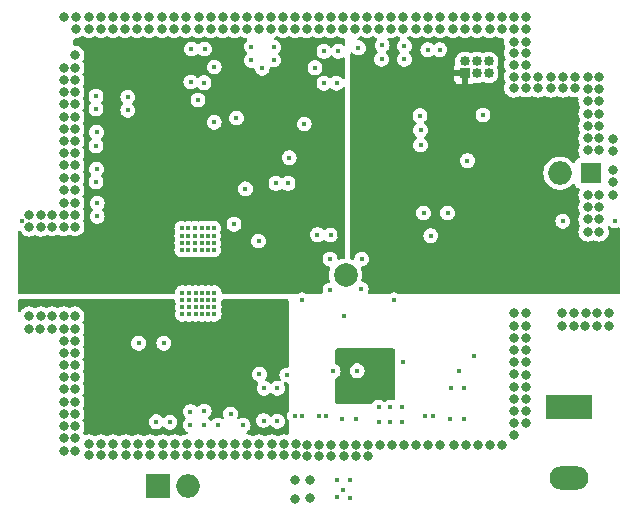
<source format=gbr>
%TF.GenerationSoftware,KiCad,Pcbnew,7.0.2*%
%TF.CreationDate,2023-10-26T15:36:34+02:00*%
%TF.ProjectId,Gnerator_poprawiony,476e6572-6174-46f7-925f-706f70726177,rev?*%
%TF.SameCoordinates,Original*%
%TF.FileFunction,Copper,L3,Inr*%
%TF.FilePolarity,Positive*%
%FSLAX46Y46*%
G04 Gerber Fmt 4.6, Leading zero omitted, Abs format (unit mm)*
G04 Created by KiCad (PCBNEW 7.0.2) date 2023-10-26 15:36:34*
%MOMM*%
%LPD*%
G01*
G04 APERTURE LIST*
%TA.AperFunction,ComponentPad*%
%ADD10R,1.800000X1.800000*%
%TD*%
%TA.AperFunction,ComponentPad*%
%ADD11O,2.000000X2.000000*%
%TD*%
%TA.AperFunction,ComponentPad*%
%ADD12R,0.850000X0.850000*%
%TD*%
%TA.AperFunction,ComponentPad*%
%ADD13O,0.850000X0.850000*%
%TD*%
%TA.AperFunction,ComponentPad*%
%ADD14R,2.000000X2.000000*%
%TD*%
%TA.AperFunction,ComponentPad*%
%ADD15O,3.300000X2.000000*%
%TD*%
%TA.AperFunction,ComponentPad*%
%ADD16R,4.000000X2.000000*%
%TD*%
%TA.AperFunction,ViaPad*%
%ADD17C,0.450000*%
%TD*%
%TA.AperFunction,ViaPad*%
%ADD18C,0.800000*%
%TD*%
%TA.AperFunction,ViaPad*%
%ADD19C,2.000000*%
%TD*%
G04 APERTURE END LIST*
D10*
%TO.N,GND*%
%TO.C,D1*%
X149833800Y-49733200D03*
D11*
%TO.N,Net-(D1-A)*%
X147243000Y-49733200D03*
%TD*%
D12*
%TO.N,Vdd2*%
%TO.C,J3*%
X139192000Y-41275000D03*
D13*
%TO.N,Net-(J3-Pin_2)*%
X139192000Y-40275000D03*
%TO.N,GND*%
X140192000Y-40275000D03*
%TO.N,Net-(J3-Pin_4)*%
X140192000Y-41275000D03*
%TO.N,Net-(J3-Pin_5)*%
X141192000Y-41275000D03*
%TO.N,Net-(J3-Pin_6)*%
X141192000Y-40275000D03*
%TD*%
D14*
%TO.N,GND*%
%TO.C,D3*%
X113167200Y-76200000D03*
D11*
%TO.N,Net-(D3-A)*%
X115707200Y-76200000D03*
%TD*%
D15*
%TO.N,GND*%
%TO.C,J4*%
X148031200Y-75543200D03*
D16*
%TO.N,+5V*%
X148031200Y-69543200D03*
%TD*%
D17*
%TO.N,GND*%
X117449600Y-61671200D03*
D18*
X111506000Y-72644000D03*
X106172000Y-70104000D03*
X107391200Y-72644000D03*
X117703600Y-73609200D03*
D17*
X110642400Y-43281600D03*
D18*
X140208000Y-37490400D03*
X136093200Y-72745600D03*
X105206800Y-69088000D03*
X106172000Y-52222400D03*
X105206800Y-49072800D03*
X151384000Y-61569600D03*
X125780800Y-37490400D03*
D17*
X138646200Y-66458800D03*
D18*
X106172000Y-42875200D03*
X109423200Y-73609200D03*
X105206800Y-61823600D03*
D17*
X115214400Y-55626000D03*
X117957600Y-60452000D03*
X132855000Y-69557600D03*
X116941600Y-59842400D03*
D18*
X129946400Y-72745600D03*
X126847600Y-73710800D03*
X106172000Y-44958000D03*
D17*
X123304600Y-67932000D03*
D18*
X142290800Y-37490400D03*
X147523200Y-42519600D03*
X144322800Y-63652400D03*
D17*
X120409000Y-71081600D03*
X115824000Y-59842400D03*
D18*
X151688800Y-47853600D03*
D17*
X117906800Y-55016400D03*
D18*
X113588800Y-72644000D03*
D17*
X117398800Y-55626000D03*
X115824000Y-60452000D03*
X107950000Y-50444400D03*
X114211400Y-70827600D03*
D18*
X144373600Y-41554400D03*
D17*
X119837200Y-45059600D03*
X115773200Y-54406800D03*
D18*
X143306800Y-63652400D03*
X143306800Y-42519600D03*
D17*
X124117400Y-66814400D03*
D18*
X137058400Y-37490400D03*
X106172000Y-71170800D03*
X105206800Y-73253600D03*
X131927600Y-37490400D03*
D17*
X128029000Y-66509600D03*
X117449600Y-61061600D03*
X128320800Y-42113200D03*
D18*
X124815600Y-37490400D03*
X150571200Y-44704000D03*
D17*
X117957600Y-59842400D03*
X122021600Y-40843200D03*
D18*
X144322800Y-62636400D03*
D17*
X121716800Y-55473600D03*
D18*
X114554000Y-36525200D03*
X104241600Y-54254400D03*
X149606000Y-46786800D03*
D17*
X147472400Y-53797200D03*
D18*
X140208000Y-36525200D03*
D17*
X116332000Y-54406800D03*
X139103400Y-67881200D03*
D18*
X149606000Y-44704000D03*
X141325600Y-72745600D03*
X118719600Y-72644000D03*
X138226800Y-72745600D03*
D19*
X129082800Y-58369200D03*
D18*
X115570000Y-36525200D03*
X105206800Y-36525200D03*
X136042400Y-36525200D03*
X124866400Y-73609200D03*
D17*
X115265200Y-61671200D03*
D18*
X105206800Y-42875200D03*
X105206800Y-41859200D03*
X127812800Y-36525200D03*
X106172000Y-43891200D03*
D17*
X120599200Y-51054000D03*
D18*
X103276400Y-54305200D03*
X144373600Y-38608000D03*
X144322800Y-61569600D03*
X121716800Y-37490400D03*
X106172000Y-39725600D03*
X123799600Y-37490400D03*
X148539200Y-42519600D03*
X119684800Y-36525200D03*
D17*
X137718800Y-53086000D03*
D18*
X149606000Y-47802800D03*
X110490000Y-72644000D03*
X129946400Y-73710800D03*
D17*
X115265200Y-59842400D03*
D18*
X150368000Y-61569600D03*
X106172000Y-67005200D03*
X105206800Y-70104000D03*
X149402800Y-61569600D03*
X139242800Y-72745600D03*
X126847600Y-72745600D03*
X144373600Y-36525200D03*
D17*
X101701600Y-53746400D03*
D18*
X117703600Y-72644000D03*
X143306800Y-67818000D03*
D17*
X135801400Y-70319600D03*
D18*
X119735600Y-72644000D03*
X105206800Y-67005200D03*
X149606000Y-43637200D03*
D17*
X116382800Y-60452000D03*
D18*
X105206800Y-63906400D03*
X117652800Y-36525200D03*
X143306800Y-36525200D03*
D17*
X116941600Y-61671200D03*
D18*
X144322800Y-68834000D03*
X150571200Y-42570400D03*
D17*
X117449600Y-59842400D03*
D18*
X112522000Y-73609200D03*
D17*
X116890800Y-54406800D03*
D18*
X103225600Y-62890400D03*
X122834400Y-73609200D03*
D17*
X133921800Y-65696800D03*
D18*
X105206800Y-62890400D03*
D17*
X136461800Y-70319600D03*
D18*
X150571200Y-43637200D03*
X105206800Y-51155600D03*
X106172000Y-72186800D03*
X148386800Y-61569600D03*
X109372400Y-36525200D03*
D17*
X126695200Y-54931300D03*
D18*
X145389600Y-41554400D03*
X151688800Y-49479200D03*
X151688800Y-51562000D03*
X149352000Y-62636400D03*
X111455200Y-36525200D03*
X110439200Y-37490400D03*
X142290800Y-36525200D03*
D17*
X116890800Y-55626000D03*
D18*
X116636800Y-37490400D03*
D17*
X132804200Y-70827600D03*
X151892000Y-53746400D03*
X127254000Y-42113200D03*
D18*
X133959600Y-36525200D03*
X106172000Y-46990000D03*
X108356400Y-36525200D03*
X123850400Y-72644000D03*
X116636800Y-36525200D03*
D17*
X137985800Y-67881200D03*
D18*
X111455200Y-37490400D03*
X102260400Y-62890400D03*
D17*
X115773200Y-55626000D03*
X117957600Y-61061600D03*
D18*
X149606000Y-51562000D03*
D17*
X130061000Y-66458800D03*
X115824000Y-61671200D03*
D18*
X109372400Y-37490400D03*
X108407200Y-73609200D03*
X138176000Y-37490400D03*
X126796800Y-37490400D03*
X135026400Y-36525200D03*
X146456400Y-41554400D03*
D17*
X135686800Y-53086000D03*
D18*
X143357600Y-69900800D03*
X105206800Y-40792400D03*
X105206800Y-68021200D03*
X122783600Y-36525200D03*
D17*
X115265200Y-60452000D03*
D18*
X102311200Y-54305200D03*
X128930400Y-72745600D03*
X143306800Y-64719200D03*
X104241600Y-62890400D03*
X137109200Y-72745600D03*
X114554000Y-37490400D03*
X151688800Y-50495200D03*
X136042400Y-37490400D03*
X130962400Y-72745600D03*
X144322800Y-70916800D03*
X106172000Y-65989200D03*
X130962400Y-73710800D03*
X148539200Y-41554400D03*
X151688800Y-46837600D03*
X117652800Y-37490400D03*
D17*
X117449600Y-60452000D03*
X116382800Y-61671200D03*
D18*
X111506000Y-73609200D03*
X105206800Y-48056800D03*
X143357600Y-70916800D03*
D17*
X113043000Y-70776800D03*
X110642400Y-44399200D03*
X117906800Y-54406800D03*
D18*
X112471200Y-36525200D03*
X138176000Y-36525200D03*
D17*
X121780600Y-66763600D03*
D18*
X105206800Y-50139600D03*
X105206800Y-65989200D03*
X110490000Y-73609200D03*
D17*
X140716000Y-44805600D03*
D18*
X118668800Y-36525200D03*
D17*
X115265200Y-61061600D03*
D18*
X107340400Y-37490400D03*
D17*
X117957600Y-61671200D03*
D18*
X105206800Y-54254400D03*
X143306800Y-39573200D03*
X114604800Y-72644000D03*
X106273600Y-36525200D03*
X120700800Y-37490400D03*
X119735600Y-73609200D03*
X106172000Y-48056800D03*
X113538000Y-37490400D03*
X149606000Y-45720000D03*
X127812800Y-37490400D03*
X125831600Y-72745600D03*
X144322800Y-66802000D03*
X114604800Y-73609200D03*
X105206800Y-43891200D03*
X143357600Y-61569600D03*
X143306800Y-65735200D03*
D17*
X116586000Y-43535600D03*
D18*
X121716800Y-36525200D03*
D17*
X115773200Y-56235600D03*
D18*
X144322800Y-69900800D03*
X132994400Y-72745600D03*
D17*
X108051600Y-52273200D03*
D18*
X102311200Y-53238400D03*
X150571200Y-45720000D03*
D17*
X115214400Y-56235600D03*
X117957600Y-45415200D03*
D18*
X150368000Y-62636400D03*
X113538000Y-36525200D03*
X106172000Y-73253600D03*
X112522000Y-72644000D03*
X109423200Y-72644000D03*
X150571200Y-54711600D03*
D17*
X117398800Y-56235600D03*
D18*
X150571200Y-53644800D03*
D17*
X122187000Y-67932000D03*
D18*
X121767600Y-73609200D03*
X104241600Y-53238400D03*
X108407200Y-72644000D03*
X106273600Y-37490400D03*
X143306800Y-41554400D03*
X105206800Y-44958000D03*
D17*
X116382800Y-61061600D03*
D18*
X107391200Y-73609200D03*
X123799600Y-36525200D03*
X106172000Y-62890400D03*
X134010400Y-72745600D03*
D17*
X108000800Y-49377600D03*
D18*
X150571200Y-41554400D03*
X128879600Y-37490400D03*
X143306800Y-38608000D03*
X104241600Y-61823600D03*
X105206800Y-46990000D03*
D17*
X117107000Y-71081600D03*
X116382800Y-59842400D03*
D18*
X143306800Y-40538400D03*
X121767600Y-72644000D03*
D17*
X111569800Y-64122000D03*
D18*
X105206800Y-64922400D03*
X144322800Y-65735200D03*
D17*
X117398800Y-55016400D03*
X115976400Y-42011600D03*
X130454400Y-56997600D03*
X127762000Y-59639200D03*
X115824000Y-61061600D03*
X115773200Y-55016400D03*
X130403600Y-59537600D03*
D18*
X124815600Y-36525200D03*
X144322800Y-67818000D03*
X106172000Y-50139600D03*
D17*
X116332000Y-55626000D03*
D18*
X144373600Y-42519600D03*
X108356400Y-37490400D03*
X145389600Y-42519600D03*
D17*
X116941600Y-61061600D03*
D18*
X128930400Y-73710800D03*
X141274800Y-37490400D03*
X115620800Y-73609200D03*
D17*
X117398800Y-54406800D03*
D18*
X106172000Y-64922400D03*
X107340400Y-36525200D03*
X146456400Y-42519600D03*
X135026400Y-37490400D03*
X142341600Y-72745600D03*
X106172000Y-41859200D03*
X144322800Y-64719200D03*
D17*
X126492000Y-40792400D03*
D18*
X144373600Y-37490400D03*
X119684800Y-37490400D03*
X129895600Y-37490400D03*
X118668800Y-37490400D03*
D17*
X116890800Y-56235600D03*
D18*
X103276400Y-61823600D03*
D17*
X119342200Y-70116400D03*
X115214400Y-55016400D03*
X129959400Y-70522800D03*
D18*
X112471200Y-37490400D03*
X122834400Y-72644000D03*
X115570000Y-37490400D03*
X147523200Y-41554400D03*
X113588800Y-73609200D03*
X105206800Y-72186800D03*
X127863600Y-72745600D03*
X110439200Y-36525200D03*
X137058400Y-36525200D03*
X105206800Y-45974000D03*
X149606000Y-54711600D03*
X147370800Y-61569600D03*
X115620800Y-72644000D03*
D17*
X127762000Y-56997600D03*
D18*
X141274800Y-36525200D03*
X143306800Y-71932800D03*
X129895600Y-36525200D03*
X131978400Y-72745600D03*
X125780800Y-36525200D03*
X140258800Y-72745600D03*
X151384000Y-62636400D03*
D17*
X117094000Y-42062400D03*
D18*
X144373600Y-40538400D03*
X123850400Y-73609200D03*
X143306800Y-68834000D03*
X150571200Y-52628800D03*
D17*
X116941600Y-60452000D03*
D18*
X128879600Y-36525200D03*
D17*
X115214400Y-54406800D03*
X116332000Y-56235600D03*
D18*
X106172000Y-68021200D03*
X116687600Y-73609200D03*
X120751600Y-73609200D03*
X148386800Y-62636400D03*
X149606000Y-53644800D03*
X120751600Y-72644000D03*
D17*
X128791000Y-70522800D03*
D18*
X149606000Y-52628800D03*
X144373600Y-39573200D03*
X105206800Y-71170800D03*
X102260400Y-61823600D03*
X124866400Y-72644000D03*
X132943600Y-36525200D03*
X130911600Y-37490400D03*
X150571200Y-51562000D03*
D17*
X116890800Y-55016400D03*
D18*
X150571200Y-46786800D03*
D17*
X130175000Y-39116000D03*
D18*
X118719600Y-73609200D03*
D17*
X116332000Y-55016400D03*
D18*
X143306800Y-66751200D03*
X105206800Y-52222400D03*
D17*
X139916200Y-65239600D03*
X127419400Y-70268800D03*
D18*
X122783600Y-37490400D03*
D17*
X125387400Y-70268800D03*
D18*
X127863600Y-73710800D03*
X106172000Y-63906400D03*
D17*
X113703400Y-64122000D03*
D18*
X106172000Y-45974000D03*
X139192000Y-37490400D03*
X116687600Y-72644000D03*
X133959600Y-37490400D03*
X135077200Y-72745600D03*
X143306800Y-37490400D03*
X150571200Y-47802800D03*
X126796800Y-36525200D03*
X130911600Y-36525200D03*
X143306800Y-62636400D03*
X132943600Y-37490400D03*
X106172000Y-69088000D03*
D17*
X117107000Y-69862400D03*
D18*
X125831600Y-73710800D03*
D17*
X108051600Y-53390800D03*
D18*
X147370800Y-62636400D03*
D17*
X126809800Y-70268800D03*
D18*
X106172000Y-53238400D03*
D17*
X137058400Y-39268400D03*
D18*
X139192000Y-36525200D03*
X105206800Y-53238400D03*
X106172000Y-40792400D03*
X103276400Y-53238400D03*
D17*
X117906800Y-55626000D03*
D18*
X120700800Y-36525200D03*
X149606000Y-41554400D03*
D17*
X117957600Y-40741600D03*
D18*
X131927600Y-36525200D03*
X149606000Y-42570400D03*
D17*
X136042400Y-39268400D03*
D18*
X106172000Y-61823600D03*
D17*
X124777800Y-70268800D03*
D18*
X106172000Y-51155600D03*
X106172000Y-54254400D03*
D17*
X117906800Y-56235600D03*
D18*
X106172000Y-49072800D03*
D17*
%TO.N,Net-(C11-Pad1)*%
X125425200Y-60452000D03*
X119634000Y-54051200D03*
%TO.N,Net-(U2-CPout)*%
X124307600Y-48412400D03*
X127812800Y-54965600D03*
%TO.N,Net-(U2-VTUNE)*%
X128981200Y-61823600D03*
X125577600Y-45567600D03*
%TO.N,5V*%
X139103400Y-70573600D03*
X133820200Y-70827600D03*
X137935000Y-70573600D03*
X122986800Y-39065200D03*
X121107200Y-39014400D03*
X107950000Y-43230800D03*
D18*
X124830800Y-75692000D03*
D17*
X131889800Y-69557600D03*
D18*
X126050000Y-77266800D03*
D17*
X107950000Y-47396400D03*
X115938600Y-71030800D03*
X123304600Y-70726000D03*
X132130800Y-40081200D03*
X128473200Y-39420800D03*
X134061200Y-40081200D03*
X116027200Y-39217600D03*
X117144800Y-39217600D03*
X132181600Y-38912800D03*
X107950000Y-44297600D03*
X134061200Y-38963600D03*
X122986800Y-40132000D03*
X121107200Y-40182800D03*
X118275400Y-71081600D03*
X127254000Y-39420800D03*
X133820200Y-69557600D03*
D18*
X126050000Y-75742800D03*
D17*
X131889800Y-70827600D03*
X108000800Y-46278800D03*
D18*
X124830800Y-77317600D03*
D17*
X115938600Y-69913200D03*
X122136200Y-70675200D03*
%TO.N,Vdd1*%
X130823000Y-68287600D03*
X128892600Y-67932000D03*
X131889800Y-66763600D03*
%TO.N,Vdd2*%
X135229600Y-41656000D03*
X133197600Y-59334400D03*
X124206000Y-50596800D03*
X123190000Y-50596800D03*
X137668000Y-51409600D03*
X132638800Y-56540400D03*
X139750800Y-51917600D03*
X135534400Y-48463200D03*
X134018000Y-49979600D03*
X135636000Y-51409600D03*
X130352800Y-43992800D03*
%TO.N,Vdd3*%
X113144600Y-68490800D03*
X113703400Y-65646000D03*
X117615000Y-65646000D03*
X111569800Y-65646000D03*
X116040200Y-68389200D03*
X116141800Y-66814400D03*
%TO.N,Vdd4*%
X125018800Y-55168800D03*
X125780800Y-42113200D03*
X122986800Y-42519600D03*
X128524000Y-54965600D03*
X116687600Y-51054000D03*
%TO.N,+5V*%
X129438400Y-75742800D03*
X128371600Y-75742800D03*
X128879600Y-76555600D03*
X128371600Y-77165200D03*
X129438400Y-77216000D03*
%TO.N,Net-(J3-Pin_2)*%
X135382000Y-44856400D03*
%TO.N,Net-(J3-Pin_4)*%
X135432800Y-46075600D03*
%TO.N,Net-(J3-Pin_5)*%
X135432800Y-47345600D03*
%TO.N,Net-(J3-Pin_6)*%
X139395200Y-48666400D03*
%TO.N,Net-(U2-PDB_RF)*%
X133197600Y-60452000D03*
X136296400Y-55016400D03*
%TD*%
%TA.AperFunction,Conductor*%
%TO.N,Vdd4*%
G36*
X128412169Y-38142102D02*
G01*
X128530078Y-38216189D01*
X128700345Y-38275768D01*
X128797947Y-38286765D01*
X128879598Y-38295965D01*
X128879599Y-38295964D01*
X128879600Y-38295965D01*
X128901068Y-38293546D01*
X128969891Y-38305600D01*
X129021271Y-38352948D01*
X129038954Y-38416513D01*
X129039758Y-38811298D01*
X129020210Y-38878378D01*
X128967499Y-38924240D01*
X128898361Y-38934325D01*
X128834746Y-38905429D01*
X128833530Y-38904366D01*
X128831134Y-38902243D01*
X128696632Y-38831651D01*
X128597390Y-38807190D01*
X128549149Y-38795300D01*
X128397251Y-38795300D01*
X128388058Y-38797566D01*
X128249767Y-38831651D01*
X128115263Y-38902244D01*
X128001568Y-39002969D01*
X127965650Y-39055006D01*
X127911367Y-39098996D01*
X127841918Y-39106656D01*
X127779353Y-39075552D01*
X127761550Y-39055006D01*
X127753776Y-39043744D01*
X127725632Y-39002970D01*
X127722066Y-38999811D01*
X127611936Y-38902244D01*
X127477432Y-38831651D01*
X127378190Y-38807190D01*
X127329949Y-38795300D01*
X127178051Y-38795300D01*
X127168858Y-38797566D01*
X127030567Y-38831651D01*
X126896063Y-38902244D01*
X126782368Y-39002968D01*
X126696078Y-39127980D01*
X126642215Y-39270008D01*
X126623905Y-39420800D01*
X126642215Y-39571591D01*
X126696078Y-39713619D01*
X126782368Y-39838631D01*
X126896063Y-39939355D01*
X126896064Y-39939355D01*
X126896066Y-39939357D01*
X127030566Y-40009948D01*
X127178051Y-40046300D01*
X127178052Y-40046300D01*
X127329948Y-40046300D01*
X127329949Y-40046300D01*
X127477434Y-40009948D01*
X127611934Y-39939357D01*
X127725632Y-39838630D01*
X127761550Y-39786592D01*
X127815830Y-39742603D01*
X127885279Y-39734943D01*
X127947844Y-39766045D01*
X127965647Y-39786590D01*
X128001568Y-39838630D01*
X128001569Y-39838631D01*
X128001570Y-39838632D01*
X128115263Y-39939355D01*
X128115264Y-39939355D01*
X128115266Y-39939357D01*
X128249766Y-40009948D01*
X128397251Y-40046300D01*
X128397252Y-40046300D01*
X128549148Y-40046300D01*
X128549149Y-40046300D01*
X128696634Y-40009948D01*
X128831134Y-39939357D01*
X128836007Y-39935039D01*
X128899239Y-39905317D01*
X128968502Y-39914498D01*
X129021807Y-39959669D01*
X129042228Y-40026488D01*
X129042236Y-40027600D01*
X129045569Y-41663919D01*
X129026021Y-41730999D01*
X128973310Y-41776861D01*
X128904172Y-41786946D01*
X128840557Y-41758050D01*
X128819519Y-41734612D01*
X128792431Y-41695369D01*
X128678736Y-41594644D01*
X128611484Y-41559347D01*
X128544234Y-41524052D01*
X128544233Y-41524051D01*
X128544232Y-41524051D01*
X128418426Y-41493043D01*
X128396749Y-41487700D01*
X128244851Y-41487700D01*
X128223174Y-41493043D01*
X128097367Y-41524051D01*
X127962863Y-41594644D01*
X127869625Y-41677245D01*
X127806392Y-41706966D01*
X127737129Y-41697782D01*
X127705172Y-41677244D01*
X127611936Y-41594644D01*
X127544684Y-41559347D01*
X127477434Y-41524052D01*
X127477433Y-41524051D01*
X127477432Y-41524051D01*
X127351626Y-41493043D01*
X127329949Y-41487700D01*
X127178051Y-41487700D01*
X127156374Y-41493043D01*
X127030567Y-41524051D01*
X126896063Y-41594644D01*
X126782368Y-41695368D01*
X126696078Y-41820380D01*
X126642215Y-41962408D01*
X126623905Y-42113200D01*
X126642215Y-42263991D01*
X126696078Y-42406019D01*
X126782368Y-42531031D01*
X126896063Y-42631755D01*
X126896064Y-42631755D01*
X126896066Y-42631757D01*
X127030566Y-42702348D01*
X127178051Y-42738700D01*
X127178052Y-42738700D01*
X127329948Y-42738700D01*
X127329949Y-42738700D01*
X127477434Y-42702348D01*
X127611934Y-42631757D01*
X127705175Y-42549153D01*
X127768404Y-42519433D01*
X127837668Y-42528616D01*
X127869625Y-42549153D01*
X127962866Y-42631757D01*
X128097366Y-42702348D01*
X128244851Y-42738700D01*
X128244852Y-42738700D01*
X128396748Y-42738700D01*
X128396749Y-42738700D01*
X128544234Y-42702348D01*
X128678734Y-42631757D01*
X128792432Y-42531030D01*
X128821344Y-42489143D01*
X128875623Y-42445155D01*
X128945072Y-42437495D01*
X129007637Y-42468597D01*
X129043455Y-42528588D01*
X129047392Y-42559332D01*
X129076488Y-56845112D01*
X129056940Y-56912192D01*
X129004229Y-56958054D01*
X128972898Y-56967674D01*
X128737815Y-57006902D01*
X128551906Y-57070725D01*
X128482107Y-57073875D01*
X128421686Y-57038789D01*
X128389825Y-56976606D01*
X128388547Y-56968390D01*
X128387292Y-56958054D01*
X128373785Y-56846809D01*
X128319921Y-56704781D01*
X128319921Y-56704780D01*
X128233631Y-56579768D01*
X128119936Y-56479044D01*
X127985432Y-56408451D01*
X127886190Y-56383990D01*
X127837949Y-56372100D01*
X127686051Y-56372100D01*
X127649700Y-56381059D01*
X127538567Y-56408451D01*
X127404063Y-56479044D01*
X127290368Y-56579768D01*
X127204078Y-56704780D01*
X127150215Y-56846808D01*
X127131905Y-56997599D01*
X127150215Y-57148391D01*
X127204078Y-57290419D01*
X127290368Y-57415431D01*
X127404063Y-57516155D01*
X127404064Y-57516155D01*
X127404066Y-57516157D01*
X127538566Y-57586748D01*
X127686051Y-57623100D01*
X127686052Y-57623100D01*
X127690965Y-57623100D01*
X127758004Y-57642785D01*
X127803759Y-57695589D01*
X127813703Y-57764747D01*
X127804521Y-57796910D01*
X127753644Y-57912896D01*
X127696665Y-58137900D01*
X127677499Y-58369200D01*
X127696665Y-58600499D01*
X127696665Y-58600501D01*
X127696666Y-58600505D01*
X127753643Y-58825500D01*
X127753644Y-58825503D01*
X127762355Y-58845362D01*
X127771256Y-58914662D01*
X127741278Y-58977774D01*
X127681939Y-59014659D01*
X127678474Y-59015567D01*
X127538566Y-59050051D01*
X127404063Y-59120644D01*
X127290368Y-59221368D01*
X127204078Y-59346380D01*
X127150215Y-59488408D01*
X127131905Y-59639200D01*
X127152030Y-59804937D01*
X127147192Y-59805524D01*
X127150289Y-59845686D01*
X127117144Y-59907194D01*
X127056008Y-59941018D01*
X127028978Y-59944000D01*
X125833812Y-59944000D01*
X125776186Y-59929796D01*
X125648636Y-59862852D01*
X125550310Y-59838617D01*
X125501149Y-59826500D01*
X125349251Y-59826500D01*
X125312379Y-59835588D01*
X125201763Y-59862852D01*
X125074214Y-59929796D01*
X125016588Y-59944000D01*
X118709885Y-59944000D01*
X118642846Y-59924315D01*
X118597091Y-59871511D01*
X118586789Y-59834946D01*
X118584935Y-59819679D01*
X118569385Y-59691609D01*
X118515521Y-59549581D01*
X118515521Y-59549580D01*
X118429231Y-59424568D01*
X118315536Y-59323844D01*
X118205521Y-59266104D01*
X118181034Y-59253252D01*
X118181033Y-59253251D01*
X118181032Y-59253251D01*
X118051676Y-59221368D01*
X118033549Y-59216900D01*
X117881651Y-59216900D01*
X117863524Y-59221368D01*
X117733275Y-59253471D01*
X117673925Y-59253471D01*
X117543676Y-59221368D01*
X117525549Y-59216900D01*
X117373651Y-59216900D01*
X117355524Y-59221368D01*
X117225275Y-59253471D01*
X117165925Y-59253471D01*
X117035676Y-59221368D01*
X117017549Y-59216900D01*
X116865651Y-59216900D01*
X116847524Y-59221368D01*
X116703547Y-59256855D01*
X116703262Y-59255699D01*
X116651304Y-59266103D01*
X116614370Y-59255257D01*
X116476876Y-59221368D01*
X116458749Y-59216900D01*
X116306851Y-59216900D01*
X116288724Y-59221368D01*
X116144747Y-59256855D01*
X116144462Y-59255699D01*
X116092510Y-59266104D01*
X116055564Y-59255255D01*
X115918076Y-59221368D01*
X115899949Y-59216900D01*
X115748051Y-59216900D01*
X115729924Y-59221368D01*
X115585947Y-59256855D01*
X115585662Y-59255699D01*
X115533710Y-59266104D01*
X115496764Y-59255255D01*
X115359276Y-59221368D01*
X115341149Y-59216900D01*
X115189251Y-59216900D01*
X115171124Y-59221368D01*
X115041767Y-59253251D01*
X114907263Y-59323844D01*
X114793568Y-59424568D01*
X114707278Y-59549580D01*
X114653415Y-59691608D01*
X114636011Y-59834946D01*
X114608389Y-59899124D01*
X114550455Y-59938181D01*
X114512915Y-59944000D01*
X101465820Y-59944000D01*
X101398781Y-59924315D01*
X101353026Y-59871511D01*
X101341820Y-59819679D01*
X101341857Y-59805524D01*
X101351105Y-56235599D01*
X114584305Y-56235599D01*
X114602615Y-56386391D01*
X114656478Y-56528419D01*
X114742768Y-56653431D01*
X114856463Y-56754155D01*
X114856464Y-56754155D01*
X114856466Y-56754157D01*
X114990966Y-56824748D01*
X115138451Y-56861100D01*
X115138452Y-56861100D01*
X115290348Y-56861100D01*
X115290349Y-56861100D01*
X115437834Y-56824748D01*
X115437835Y-56824747D01*
X115452454Y-56821144D01*
X115452739Y-56822300D01*
X115504678Y-56811893D01*
X115541604Y-56822735D01*
X115549761Y-56824745D01*
X115549766Y-56824748D01*
X115697251Y-56861100D01*
X115697252Y-56861100D01*
X115849148Y-56861100D01*
X115849149Y-56861100D01*
X115996634Y-56824748D01*
X115996635Y-56824747D01*
X116011254Y-56821144D01*
X116011539Y-56822300D01*
X116063478Y-56811893D01*
X116100404Y-56822735D01*
X116108561Y-56824745D01*
X116108566Y-56824748D01*
X116256051Y-56861100D01*
X116256052Y-56861100D01*
X116407948Y-56861100D01*
X116407949Y-56861100D01*
X116555434Y-56824748D01*
X116555435Y-56824747D01*
X116570054Y-56821144D01*
X116570339Y-56822300D01*
X116622278Y-56811893D01*
X116659208Y-56822736D01*
X116667361Y-56824745D01*
X116667366Y-56824748D01*
X116814851Y-56861100D01*
X116814853Y-56861100D01*
X116966746Y-56861100D01*
X116966749Y-56861100D01*
X117114234Y-56824748D01*
X117114240Y-56824744D01*
X117115123Y-56824527D01*
X117174475Y-56824527D01*
X117175361Y-56824745D01*
X117175366Y-56824748D01*
X117322851Y-56861100D01*
X117322853Y-56861100D01*
X117474746Y-56861100D01*
X117474749Y-56861100D01*
X117622234Y-56824748D01*
X117622239Y-56824744D01*
X117623124Y-56824527D01*
X117682476Y-56824527D01*
X117683360Y-56824744D01*
X117683366Y-56824748D01*
X117830851Y-56861100D01*
X117830854Y-56861100D01*
X117982748Y-56861100D01*
X117982749Y-56861100D01*
X118130234Y-56824748D01*
X118264734Y-56754157D01*
X118378432Y-56653430D01*
X118464721Y-56528419D01*
X118518585Y-56386391D01*
X118536894Y-56235600D01*
X118518585Y-56084809D01*
X118476852Y-55974770D01*
X118471486Y-55905108D01*
X118476853Y-55886829D01*
X118518585Y-55776791D01*
X118536894Y-55626000D01*
X118518585Y-55475209D01*
X118517975Y-55473600D01*
X121086705Y-55473600D01*
X121105015Y-55624391D01*
X121158878Y-55766419D01*
X121245168Y-55891431D01*
X121358863Y-55992155D01*
X121358864Y-55992155D01*
X121358866Y-55992157D01*
X121493366Y-56062748D01*
X121640851Y-56099100D01*
X121640852Y-56099100D01*
X121792748Y-56099100D01*
X121792749Y-56099100D01*
X121940234Y-56062748D01*
X122074734Y-55992157D01*
X122188432Y-55891430D01*
X122274721Y-55766419D01*
X122328585Y-55624391D01*
X122346894Y-55473600D01*
X122328585Y-55322809D01*
X122274721Y-55180781D01*
X122274721Y-55180780D01*
X122188431Y-55055768D01*
X122074736Y-54955044D01*
X122029494Y-54931299D01*
X126065105Y-54931299D01*
X126083415Y-55082091D01*
X126137278Y-55224119D01*
X126223568Y-55349131D01*
X126337263Y-55449855D01*
X126337264Y-55449855D01*
X126337266Y-55449857D01*
X126471766Y-55520448D01*
X126619251Y-55556800D01*
X126619252Y-55556800D01*
X126771148Y-55556800D01*
X126771149Y-55556800D01*
X126918634Y-55520448D01*
X127053134Y-55449857D01*
X127155556Y-55359119D01*
X127218787Y-55329398D01*
X127288051Y-55338581D01*
X127339830Y-55381493D01*
X127341166Y-55383428D01*
X127454863Y-55484155D01*
X127454864Y-55484155D01*
X127454866Y-55484157D01*
X127589366Y-55554748D01*
X127736851Y-55591100D01*
X127736852Y-55591100D01*
X127888748Y-55591100D01*
X127888749Y-55591100D01*
X128036234Y-55554748D01*
X128170734Y-55484157D01*
X128284432Y-55383430D01*
X128370721Y-55258419D01*
X128424585Y-55116391D01*
X128442894Y-54965600D01*
X128424585Y-54814809D01*
X128375699Y-54685906D01*
X128370721Y-54672780D01*
X128284431Y-54547768D01*
X128170736Y-54447044D01*
X128036232Y-54376451D01*
X127936990Y-54351990D01*
X127888749Y-54340100D01*
X127736851Y-54340100D01*
X127700499Y-54349059D01*
X127589367Y-54376451D01*
X127454865Y-54447043D01*
X127352444Y-54537780D01*
X127289210Y-54567501D01*
X127219947Y-54558317D01*
X127168168Y-54515405D01*
X127166832Y-54513469D01*
X127053136Y-54412744D01*
X126918632Y-54342151D01*
X126819390Y-54317690D01*
X126771149Y-54305800D01*
X126619251Y-54305800D01*
X126582899Y-54314759D01*
X126471767Y-54342151D01*
X126337263Y-54412744D01*
X126223568Y-54513468D01*
X126137278Y-54638480D01*
X126083415Y-54780508D01*
X126065105Y-54931299D01*
X122029494Y-54931299D01*
X121940232Y-54884451D01*
X121840990Y-54859990D01*
X121792749Y-54848100D01*
X121640851Y-54848100D01*
X121604500Y-54857059D01*
X121493367Y-54884451D01*
X121358863Y-54955044D01*
X121245168Y-55055768D01*
X121158878Y-55180780D01*
X121105015Y-55322808D01*
X121086705Y-55473600D01*
X118517975Y-55473600D01*
X118476853Y-55365170D01*
X118471486Y-55295506D01*
X118476851Y-55277234D01*
X118518585Y-55167191D01*
X118536894Y-55016400D01*
X118518585Y-54865609D01*
X118476853Y-54755570D01*
X118471486Y-54685906D01*
X118476851Y-54667634D01*
X118518585Y-54557591D01*
X118536894Y-54406800D01*
X118518585Y-54256009D01*
X118464721Y-54113981D01*
X118464721Y-54113980D01*
X118421387Y-54051200D01*
X119003905Y-54051200D01*
X119022215Y-54201991D01*
X119076078Y-54344019D01*
X119162368Y-54469031D01*
X119276063Y-54569755D01*
X119276064Y-54569755D01*
X119276066Y-54569757D01*
X119410566Y-54640348D01*
X119558051Y-54676700D01*
X119558052Y-54676700D01*
X119709948Y-54676700D01*
X119709949Y-54676700D01*
X119857434Y-54640348D01*
X119991934Y-54569757D01*
X120105632Y-54469030D01*
X120191921Y-54344019D01*
X120245785Y-54201991D01*
X120264094Y-54051200D01*
X120245785Y-53900409D01*
X120191921Y-53758381D01*
X120191921Y-53758380D01*
X120105631Y-53633368D01*
X119991936Y-53532644D01*
X119857432Y-53462051D01*
X119758190Y-53437590D01*
X119709949Y-53425700D01*
X119558051Y-53425700D01*
X119521699Y-53434659D01*
X119410567Y-53462051D01*
X119276063Y-53532644D01*
X119162368Y-53633368D01*
X119076078Y-53758380D01*
X119022215Y-53900408D01*
X119003905Y-54051200D01*
X118421387Y-54051200D01*
X118378431Y-53988968D01*
X118264736Y-53888244D01*
X118130232Y-53817651D01*
X118030990Y-53793190D01*
X117982749Y-53781300D01*
X117830851Y-53781300D01*
X117797785Y-53789449D01*
X117682474Y-53817871D01*
X117623124Y-53817871D01*
X117534402Y-53796003D01*
X117474749Y-53781300D01*
X117322851Y-53781300D01*
X117280303Y-53791787D01*
X117174475Y-53817871D01*
X117115125Y-53817871D01*
X117009296Y-53791787D01*
X116966749Y-53781300D01*
X116814851Y-53781300D01*
X116688788Y-53812372D01*
X116652748Y-53821255D01*
X116652463Y-53820099D01*
X116600508Y-53830505D01*
X116563575Y-53819659D01*
X116555435Y-53817652D01*
X116555434Y-53817652D01*
X116407949Y-53781300D01*
X116256051Y-53781300D01*
X116180293Y-53799972D01*
X116093947Y-53821255D01*
X116093662Y-53820099D01*
X116041710Y-53830504D01*
X116004764Y-53819655D01*
X115883296Y-53789716D01*
X115849149Y-53781300D01*
X115697251Y-53781300D01*
X115621493Y-53799972D01*
X115535147Y-53821255D01*
X115534862Y-53820099D01*
X115482910Y-53830504D01*
X115445964Y-53819655D01*
X115324496Y-53789716D01*
X115290349Y-53781300D01*
X115138451Y-53781300D01*
X115102100Y-53790259D01*
X114990967Y-53817651D01*
X114856463Y-53888244D01*
X114742768Y-53988968D01*
X114656478Y-54113980D01*
X114602615Y-54256008D01*
X114584305Y-54406799D01*
X114602615Y-54557591D01*
X114644346Y-54667628D01*
X114649713Y-54737292D01*
X114644346Y-54755569D01*
X114602615Y-54865606D01*
X114584305Y-55016399D01*
X114596447Y-55116391D01*
X114602615Y-55167191D01*
X114644347Y-55277229D01*
X114649714Y-55346891D01*
X114644347Y-55365170D01*
X114602615Y-55475208D01*
X114584305Y-55625999D01*
X114602615Y-55776791D01*
X114644346Y-55886828D01*
X114649713Y-55956492D01*
X114644346Y-55974769D01*
X114602615Y-56084806D01*
X114584305Y-56235599D01*
X101351105Y-56235599D01*
X101355036Y-54718172D01*
X101374895Y-54651188D01*
X101427817Y-54605570D01*
X101497001Y-54595805D01*
X101560481Y-54624995D01*
X101584030Y-54652525D01*
X101681384Y-54807463D01*
X101808935Y-54935014D01*
X101808937Y-54935015D01*
X101808938Y-54935016D01*
X101961678Y-55030989D01*
X102131945Y-55090568D01*
X102311200Y-55110765D01*
X102490455Y-55090568D01*
X102660722Y-55030989D01*
X102727827Y-54988823D01*
X102795063Y-54969823D01*
X102859771Y-54988823D01*
X102859773Y-54988824D01*
X102926878Y-55030989D01*
X103097145Y-55090568D01*
X103231586Y-55105715D01*
X103276399Y-55110765D01*
X103276399Y-55110764D01*
X103276400Y-55110765D01*
X103455655Y-55090568D01*
X103625922Y-55030989D01*
X103733453Y-54963422D01*
X103800688Y-54944422D01*
X103865395Y-54963422D01*
X103892078Y-54980189D01*
X104062345Y-55039768D01*
X104241600Y-55059965D01*
X104420855Y-55039768D01*
X104591122Y-54980189D01*
X104658228Y-54938022D01*
X104725465Y-54919023D01*
X104790171Y-54938022D01*
X104857278Y-54980189D01*
X105027545Y-55039768D01*
X105206800Y-55059965D01*
X105386055Y-55039768D01*
X105556322Y-54980189D01*
X105623427Y-54938023D01*
X105690663Y-54919023D01*
X105755371Y-54938023D01*
X105770247Y-54947370D01*
X105822478Y-54980189D01*
X105992745Y-55039768D01*
X106127186Y-55054915D01*
X106171999Y-55059965D01*
X106171999Y-55059964D01*
X106172000Y-55059965D01*
X106351255Y-55039768D01*
X106521522Y-54980189D01*
X106674262Y-54884216D01*
X106801816Y-54756662D01*
X106897789Y-54603922D01*
X106957368Y-54433655D01*
X106977565Y-54254400D01*
X106957368Y-54075145D01*
X106897789Y-53904878D01*
X106839662Y-53812370D01*
X106820663Y-53745136D01*
X106839662Y-53680429D01*
X106897789Y-53587922D01*
X106957368Y-53417655D01*
X106960394Y-53390799D01*
X107421505Y-53390799D01*
X107439815Y-53541591D01*
X107493678Y-53683619D01*
X107579968Y-53808631D01*
X107693663Y-53909355D01*
X107693664Y-53909355D01*
X107693666Y-53909357D01*
X107828166Y-53979948D01*
X107975651Y-54016300D01*
X107975652Y-54016300D01*
X108127548Y-54016300D01*
X108127549Y-54016300D01*
X108275034Y-53979948D01*
X108409534Y-53909357D01*
X108523232Y-53808630D01*
X108609521Y-53683619D01*
X108663385Y-53541591D01*
X108681694Y-53390800D01*
X108663385Y-53240009D01*
X108609521Y-53097981D01*
X108609521Y-53097980D01*
X108523233Y-52972971D01*
X108523232Y-52972970D01*
X108468874Y-52924813D01*
X108431749Y-52865626D01*
X108432517Y-52795761D01*
X108468874Y-52739186D01*
X108523232Y-52691030D01*
X108609521Y-52566019D01*
X108663385Y-52423991D01*
X108681694Y-52273200D01*
X108663385Y-52122409D01*
X108609521Y-51980381D01*
X108609521Y-51980380D01*
X108523231Y-51855368D01*
X108409536Y-51754644D01*
X108275032Y-51684051D01*
X108175790Y-51659590D01*
X108127549Y-51647700D01*
X107975651Y-51647700D01*
X107939299Y-51656659D01*
X107828167Y-51684051D01*
X107693663Y-51754644D01*
X107579968Y-51855368D01*
X107493678Y-51980380D01*
X107439815Y-52122408D01*
X107421505Y-52273200D01*
X107439815Y-52423991D01*
X107493678Y-52566019D01*
X107579966Y-52691028D01*
X107579967Y-52691029D01*
X107579968Y-52691030D01*
X107634325Y-52739186D01*
X107671451Y-52798374D01*
X107670683Y-52868239D01*
X107634325Y-52924813D01*
X107604931Y-52950854D01*
X107579966Y-52972971D01*
X107493678Y-53097980D01*
X107439815Y-53240008D01*
X107421505Y-53390799D01*
X106960394Y-53390799D01*
X106977565Y-53238400D01*
X106975473Y-53219837D01*
X106967376Y-53147970D01*
X106957368Y-53059145D01*
X106897789Y-52888878D01*
X106839662Y-52796370D01*
X106820663Y-52729136D01*
X106839662Y-52664429D01*
X106897789Y-52571922D01*
X106957368Y-52401655D01*
X106977565Y-52222400D01*
X106957368Y-52043145D01*
X106897789Y-51872878D01*
X106823702Y-51754970D01*
X106804703Y-51687734D01*
X106823703Y-51623028D01*
X106897789Y-51505122D01*
X106957368Y-51334855D01*
X106977565Y-51155600D01*
X106957368Y-50976345D01*
X106897789Y-50806078D01*
X106839662Y-50713570D01*
X106820663Y-50646336D01*
X106839662Y-50581629D01*
X106897789Y-50489122D01*
X106913438Y-50444400D01*
X107319905Y-50444400D01*
X107338215Y-50595191D01*
X107392078Y-50737219D01*
X107478368Y-50862231D01*
X107592063Y-50962955D01*
X107592064Y-50962955D01*
X107592066Y-50962957D01*
X107726566Y-51033548D01*
X107874051Y-51069900D01*
X107874052Y-51069900D01*
X108025948Y-51069900D01*
X108025949Y-51069900D01*
X108090457Y-51054000D01*
X119969105Y-51054000D01*
X119987415Y-51204791D01*
X120041278Y-51346819D01*
X120127568Y-51471831D01*
X120241263Y-51572555D01*
X120241264Y-51572555D01*
X120241266Y-51572557D01*
X120375766Y-51643148D01*
X120523251Y-51679500D01*
X120523252Y-51679500D01*
X120675148Y-51679500D01*
X120675149Y-51679500D01*
X120822634Y-51643148D01*
X120957134Y-51572557D01*
X121070832Y-51471830D01*
X121157121Y-51346819D01*
X121210985Y-51204791D01*
X121229294Y-51054000D01*
X121210985Y-50903209D01*
X121157121Y-50761181D01*
X121157121Y-50761180D01*
X121070831Y-50636168D01*
X121026393Y-50596800D01*
X122559905Y-50596800D01*
X122578215Y-50747591D01*
X122632078Y-50889619D01*
X122718368Y-51014631D01*
X122832063Y-51115355D01*
X122832064Y-51115355D01*
X122832066Y-51115357D01*
X122966566Y-51185948D01*
X123114051Y-51222300D01*
X123114052Y-51222300D01*
X123265948Y-51222300D01*
X123265949Y-51222300D01*
X123413434Y-51185948D01*
X123547934Y-51115357D01*
X123615774Y-51055255D01*
X123679005Y-51025535D01*
X123748269Y-51034718D01*
X123780223Y-51055253D01*
X123848066Y-51115357D01*
X123982566Y-51185948D01*
X124130051Y-51222300D01*
X124130052Y-51222300D01*
X124281948Y-51222300D01*
X124281949Y-51222300D01*
X124429434Y-51185948D01*
X124563934Y-51115357D01*
X124677632Y-51014630D01*
X124763921Y-50889619D01*
X124817785Y-50747591D01*
X124836094Y-50596800D01*
X124817785Y-50446009D01*
X124769562Y-50318855D01*
X124763921Y-50303980D01*
X124677631Y-50178968D01*
X124563936Y-50078244D01*
X124429432Y-50007651D01*
X124322565Y-49981311D01*
X124281949Y-49971300D01*
X124130051Y-49971300D01*
X124093700Y-49980259D01*
X123982567Y-50007651D01*
X123848065Y-50078243D01*
X123780227Y-50138343D01*
X123716994Y-50168064D01*
X123647730Y-50158880D01*
X123615773Y-50138343D01*
X123547934Y-50078243D01*
X123413432Y-50007651D01*
X123306565Y-49981311D01*
X123265949Y-49971300D01*
X123114051Y-49971300D01*
X123077700Y-49980259D01*
X122966567Y-50007651D01*
X122832063Y-50078244D01*
X122718368Y-50178968D01*
X122632078Y-50303980D01*
X122578215Y-50446008D01*
X122559905Y-50596800D01*
X121026393Y-50596800D01*
X120957136Y-50535444D01*
X120822632Y-50464851D01*
X120723390Y-50440390D01*
X120675149Y-50428500D01*
X120523251Y-50428500D01*
X120486900Y-50437459D01*
X120375767Y-50464851D01*
X120241263Y-50535444D01*
X120127568Y-50636168D01*
X120041278Y-50761180D01*
X119987415Y-50903208D01*
X119969105Y-51054000D01*
X108090457Y-51054000D01*
X108173434Y-51033548D01*
X108307934Y-50962957D01*
X108421632Y-50862230D01*
X108507921Y-50737219D01*
X108561785Y-50595191D01*
X108580094Y-50444400D01*
X108561785Y-50293609D01*
X108518308Y-50178970D01*
X108507921Y-50151580D01*
X108421632Y-50026570D01*
X108421346Y-50026317D01*
X108420238Y-50024551D01*
X108413079Y-50014179D01*
X108413535Y-50013864D01*
X108384220Y-49967127D01*
X108384988Y-49897261D01*
X108421345Y-49840688D01*
X108472432Y-49795430D01*
X108558721Y-49670419D01*
X108612585Y-49528391D01*
X108630894Y-49377600D01*
X108612585Y-49226809D01*
X108558721Y-49084781D01*
X108558721Y-49084780D01*
X108472431Y-48959768D01*
X108358736Y-48859044D01*
X108224232Y-48788451D01*
X108124990Y-48763990D01*
X108076749Y-48752100D01*
X107924851Y-48752100D01*
X107888499Y-48761059D01*
X107777367Y-48788451D01*
X107642863Y-48859044D01*
X107529168Y-48959768D01*
X107442878Y-49084780D01*
X107389015Y-49226808D01*
X107370705Y-49377600D01*
X107389015Y-49528391D01*
X107442878Y-49670419D01*
X107529168Y-49795431D01*
X107529452Y-49795682D01*
X107530547Y-49797427D01*
X107537721Y-49807821D01*
X107537264Y-49808136D01*
X107566579Y-49854871D01*
X107565811Y-49924737D01*
X107529453Y-49981311D01*
X107478369Y-50026568D01*
X107392078Y-50151580D01*
X107338215Y-50293608D01*
X107319905Y-50444400D01*
X106913438Y-50444400D01*
X106957368Y-50318855D01*
X106977565Y-50139600D01*
X106957368Y-49960345D01*
X106897789Y-49790078D01*
X106823702Y-49672170D01*
X106804703Y-49604936D01*
X106823702Y-49540230D01*
X106897789Y-49422322D01*
X106957368Y-49252055D01*
X106977565Y-49072800D01*
X106957368Y-48893545D01*
X106897789Y-48723278D01*
X106839662Y-48630770D01*
X106820663Y-48563536D01*
X106839662Y-48498829D01*
X106893970Y-48412400D01*
X123677505Y-48412400D01*
X123695815Y-48563191D01*
X123749678Y-48705219D01*
X123835968Y-48830231D01*
X123949663Y-48930955D01*
X123949664Y-48930955D01*
X123949666Y-48930957D01*
X124084166Y-49001548D01*
X124231651Y-49037900D01*
X124231652Y-49037900D01*
X124383548Y-49037900D01*
X124383549Y-49037900D01*
X124531034Y-49001548D01*
X124665534Y-48930957D01*
X124779232Y-48830230D01*
X124865521Y-48705219D01*
X124919385Y-48563191D01*
X124937694Y-48412400D01*
X124919385Y-48261609D01*
X124865521Y-48119581D01*
X124865521Y-48119580D01*
X124779231Y-47994568D01*
X124665536Y-47893844D01*
X124531032Y-47823251D01*
X124431790Y-47798790D01*
X124383549Y-47786900D01*
X124231651Y-47786900D01*
X124195300Y-47795859D01*
X124084167Y-47823251D01*
X123949663Y-47893844D01*
X123835968Y-47994568D01*
X123749678Y-48119580D01*
X123695815Y-48261608D01*
X123677505Y-48412400D01*
X106893970Y-48412400D01*
X106897789Y-48406322D01*
X106957368Y-48236055D01*
X106977565Y-48056800D01*
X106957368Y-47877545D01*
X106897789Y-47707278D01*
X106823702Y-47589370D01*
X106804703Y-47522136D01*
X106823702Y-47457430D01*
X106862050Y-47396400D01*
X107319905Y-47396400D01*
X107338215Y-47547191D01*
X107392078Y-47689219D01*
X107478368Y-47814231D01*
X107592063Y-47914955D01*
X107592064Y-47914955D01*
X107592066Y-47914957D01*
X107726566Y-47985548D01*
X107874051Y-48021900D01*
X107874052Y-48021900D01*
X108025948Y-48021900D01*
X108025949Y-48021900D01*
X108173434Y-47985548D01*
X108307934Y-47914957D01*
X108421632Y-47814230D01*
X108507921Y-47689219D01*
X108561785Y-47547191D01*
X108580094Y-47396400D01*
X108561785Y-47245609D01*
X108507921Y-47103581D01*
X108507921Y-47103580D01*
X108448359Y-47017290D01*
X108421632Y-46978570D01*
X108392676Y-46952917D01*
X108355549Y-46893728D01*
X108356317Y-46823863D01*
X108392674Y-46767288D01*
X108472432Y-46696630D01*
X108558721Y-46571619D01*
X108612585Y-46429591D01*
X108630894Y-46278800D01*
X108612585Y-46128009D01*
X108558721Y-45985981D01*
X108558721Y-45985980D01*
X108472431Y-45860968D01*
X108358736Y-45760244D01*
X108224232Y-45689651D01*
X108124990Y-45665190D01*
X108076749Y-45653300D01*
X107924851Y-45653300D01*
X107888499Y-45662259D01*
X107777367Y-45689651D01*
X107642863Y-45760244D01*
X107529168Y-45860968D01*
X107442878Y-45985980D01*
X107389015Y-46128008D01*
X107370705Y-46278799D01*
X107389015Y-46429591D01*
X107442878Y-46571619D01*
X107490409Y-46640478D01*
X107529168Y-46696630D01*
X107558125Y-46722283D01*
X107595250Y-46781469D01*
X107594484Y-46851335D01*
X107558124Y-46907912D01*
X107478368Y-46978568D01*
X107392078Y-47103580D01*
X107338215Y-47245608D01*
X107319905Y-47396400D01*
X106862050Y-47396400D01*
X106897789Y-47339522D01*
X106957368Y-47169255D01*
X106977565Y-46990000D01*
X106957368Y-46810745D01*
X106897789Y-46640478D01*
X106839662Y-46547970D01*
X106820663Y-46480736D01*
X106839662Y-46416029D01*
X106897789Y-46323522D01*
X106957368Y-46153255D01*
X106977565Y-45974000D01*
X106957368Y-45794745D01*
X106897789Y-45624478D01*
X106839663Y-45531971D01*
X106820663Y-45464734D01*
X106835208Y-45415199D01*
X117327505Y-45415199D01*
X117345815Y-45565991D01*
X117399678Y-45708019D01*
X117485968Y-45833031D01*
X117599663Y-45933755D01*
X117599664Y-45933755D01*
X117599666Y-45933757D01*
X117734166Y-46004348D01*
X117881651Y-46040700D01*
X117881652Y-46040700D01*
X118033548Y-46040700D01*
X118033549Y-46040700D01*
X118181034Y-46004348D01*
X118315534Y-45933757D01*
X118429232Y-45833030D01*
X118515521Y-45708019D01*
X118569385Y-45565991D01*
X118587694Y-45415200D01*
X118569385Y-45264409D01*
X118525908Y-45149770D01*
X118515521Y-45122380D01*
X118472186Y-45059599D01*
X119207105Y-45059599D01*
X119225415Y-45210391D01*
X119279278Y-45352419D01*
X119365568Y-45477431D01*
X119479263Y-45578155D01*
X119479264Y-45578155D01*
X119479266Y-45578157D01*
X119613766Y-45648748D01*
X119761251Y-45685100D01*
X119761252Y-45685100D01*
X119913148Y-45685100D01*
X119913149Y-45685100D01*
X120060634Y-45648748D01*
X120195134Y-45578157D01*
X120207050Y-45567600D01*
X124947505Y-45567600D01*
X124965815Y-45718391D01*
X125019678Y-45860419D01*
X125105968Y-45985431D01*
X125219663Y-46086155D01*
X125219664Y-46086155D01*
X125219666Y-46086157D01*
X125354166Y-46156748D01*
X125501651Y-46193100D01*
X125501652Y-46193100D01*
X125653548Y-46193100D01*
X125653549Y-46193100D01*
X125801034Y-46156748D01*
X125935534Y-46086157D01*
X126049232Y-45985430D01*
X126135521Y-45860419D01*
X126189385Y-45718391D01*
X126207694Y-45567600D01*
X126189385Y-45416809D01*
X126147939Y-45307524D01*
X126135521Y-45274780D01*
X126049231Y-45149768D01*
X125935536Y-45049044D01*
X125801032Y-44978451D01*
X125701790Y-44953990D01*
X125653549Y-44942100D01*
X125501651Y-44942100D01*
X125465299Y-44951059D01*
X125354167Y-44978451D01*
X125219663Y-45049044D01*
X125105968Y-45149768D01*
X125019678Y-45274780D01*
X124965815Y-45416808D01*
X124947505Y-45567600D01*
X120207050Y-45567600D01*
X120308832Y-45477430D01*
X120395121Y-45352419D01*
X120448985Y-45210391D01*
X120467294Y-45059600D01*
X120448985Y-44908809D01*
X120403813Y-44789700D01*
X120395121Y-44766780D01*
X120308831Y-44641768D01*
X120195136Y-44541044D01*
X120060632Y-44470451D01*
X119961390Y-44445990D01*
X119913149Y-44434100D01*
X119761251Y-44434100D01*
X119724899Y-44443059D01*
X119613767Y-44470451D01*
X119479263Y-44541044D01*
X119365568Y-44641768D01*
X119279278Y-44766780D01*
X119225415Y-44908808D01*
X119207105Y-45059599D01*
X118472186Y-45059599D01*
X118429231Y-44997368D01*
X118315536Y-44896644D01*
X118181032Y-44826051D01*
X118081790Y-44801590D01*
X118033549Y-44789700D01*
X117881651Y-44789700D01*
X117845300Y-44798659D01*
X117734167Y-44826051D01*
X117599663Y-44896644D01*
X117485968Y-44997368D01*
X117399678Y-45122380D01*
X117345815Y-45264408D01*
X117327505Y-45415199D01*
X106835208Y-45415199D01*
X106839663Y-45400028D01*
X106897789Y-45307522D01*
X106957368Y-45137255D01*
X106977565Y-44958000D01*
X106957368Y-44778745D01*
X106897789Y-44608478D01*
X106823702Y-44490570D01*
X106804703Y-44423336D01*
X106823702Y-44358630D01*
X106862050Y-44297600D01*
X107319905Y-44297600D01*
X107338215Y-44448391D01*
X107392078Y-44590419D01*
X107478368Y-44715431D01*
X107592063Y-44816155D01*
X107592064Y-44816155D01*
X107592066Y-44816157D01*
X107726566Y-44886748D01*
X107874051Y-44923100D01*
X107874052Y-44923100D01*
X108025948Y-44923100D01*
X108025949Y-44923100D01*
X108173434Y-44886748D01*
X108307934Y-44816157D01*
X108421632Y-44715430D01*
X108507921Y-44590419D01*
X108561785Y-44448391D01*
X108567758Y-44399200D01*
X110012305Y-44399200D01*
X110030615Y-44549991D01*
X110084478Y-44692019D01*
X110170768Y-44817031D01*
X110284463Y-44917755D01*
X110284464Y-44917755D01*
X110284466Y-44917757D01*
X110418966Y-44988348D01*
X110566451Y-45024700D01*
X110566452Y-45024700D01*
X110718348Y-45024700D01*
X110718349Y-45024700D01*
X110865834Y-44988348D01*
X111000334Y-44917757D01*
X111114032Y-44817030D01*
X111200321Y-44692019D01*
X111254185Y-44549991D01*
X111272494Y-44399200D01*
X111254185Y-44248409D01*
X111200321Y-44106381D01*
X111200321Y-44106380D01*
X111114033Y-43981371D01*
X111082495Y-43953431D01*
X111059674Y-43933213D01*
X111022549Y-43874026D01*
X111023317Y-43804161D01*
X111059674Y-43747586D01*
X111114032Y-43699430D01*
X111200321Y-43574419D01*
X111215043Y-43535600D01*
X115955905Y-43535600D01*
X115974215Y-43686391D01*
X116028078Y-43828419D01*
X116114368Y-43953431D01*
X116228063Y-44054155D01*
X116228064Y-44054155D01*
X116228066Y-44054157D01*
X116362566Y-44124748D01*
X116510051Y-44161100D01*
X116510052Y-44161100D01*
X116661948Y-44161100D01*
X116661949Y-44161100D01*
X116809434Y-44124748D01*
X116943934Y-44054157D01*
X117057632Y-43953430D01*
X117143921Y-43828419D01*
X117197785Y-43686391D01*
X117216094Y-43535600D01*
X117197785Y-43384809D01*
X117143921Y-43242781D01*
X117143921Y-43242780D01*
X117057631Y-43117768D01*
X116943936Y-43017044D01*
X116809432Y-42946451D01*
X116710190Y-42921990D01*
X116661949Y-42910100D01*
X116510051Y-42910100D01*
X116473699Y-42919059D01*
X116362567Y-42946451D01*
X116228063Y-43017044D01*
X116114368Y-43117768D01*
X116028078Y-43242780D01*
X115974215Y-43384808D01*
X115955905Y-43535600D01*
X111215043Y-43535600D01*
X111254185Y-43432391D01*
X111272494Y-43281600D01*
X111254185Y-43130809D01*
X111211040Y-43017044D01*
X111200321Y-42988780D01*
X111114031Y-42863768D01*
X111000336Y-42763044D01*
X110933084Y-42727747D01*
X110865834Y-42692452D01*
X110865833Y-42692451D01*
X110865832Y-42692451D01*
X110766590Y-42667990D01*
X110718349Y-42656100D01*
X110566451Y-42656100D01*
X110530100Y-42665059D01*
X110418967Y-42692451D01*
X110284463Y-42763044D01*
X110170768Y-42863768D01*
X110084478Y-42988780D01*
X110030615Y-43130808D01*
X110012305Y-43281600D01*
X110030615Y-43432391D01*
X110084478Y-43574419D01*
X110170766Y-43699428D01*
X110170767Y-43699429D01*
X110170768Y-43699430D01*
X110225125Y-43747586D01*
X110262251Y-43806774D01*
X110261483Y-43876639D01*
X110225125Y-43933213D01*
X110202306Y-43953430D01*
X110170766Y-43981371D01*
X110084478Y-44106380D01*
X110030615Y-44248408D01*
X110012305Y-44399200D01*
X108567758Y-44399200D01*
X108580094Y-44297600D01*
X108561785Y-44146809D01*
X108507921Y-44004781D01*
X108507921Y-44004780D01*
X108421633Y-43879771D01*
X108415148Y-43874026D01*
X108395945Y-43857014D01*
X108358820Y-43797826D01*
X108359588Y-43727961D01*
X108395945Y-43671385D01*
X108421632Y-43648630D01*
X108507921Y-43523619D01*
X108561785Y-43381591D01*
X108580094Y-43230800D01*
X108561785Y-43080009D01*
X108511134Y-42946452D01*
X108507921Y-42937980D01*
X108421631Y-42812968D01*
X108307936Y-42712244D01*
X108173432Y-42641651D01*
X108074190Y-42617190D01*
X108025949Y-42605300D01*
X107874051Y-42605300D01*
X107837700Y-42614259D01*
X107726567Y-42641651D01*
X107592063Y-42712244D01*
X107478368Y-42812968D01*
X107392078Y-42937980D01*
X107338215Y-43080008D01*
X107319905Y-43230799D01*
X107338215Y-43381591D01*
X107392078Y-43523619D01*
X107478367Y-43648629D01*
X107504053Y-43671385D01*
X107541179Y-43730575D01*
X107540411Y-43800441D01*
X107504053Y-43857015D01*
X107478367Y-43879770D01*
X107392078Y-44004780D01*
X107338215Y-44146808D01*
X107319905Y-44297600D01*
X106862050Y-44297600D01*
X106897789Y-44240722D01*
X106957368Y-44070455D01*
X106977565Y-43891200D01*
X106957368Y-43711945D01*
X106897789Y-43541678D01*
X106839662Y-43449170D01*
X106820663Y-43381936D01*
X106839662Y-43317229D01*
X106897789Y-43224722D01*
X106957368Y-43054455D01*
X106977565Y-42875200D01*
X106957368Y-42695945D01*
X106897789Y-42525678D01*
X106839662Y-42433170D01*
X106820663Y-42365936D01*
X106839662Y-42301229D01*
X106897789Y-42208722D01*
X106957368Y-42038455D01*
X106960394Y-42011599D01*
X115346305Y-42011599D01*
X115364615Y-42162391D01*
X115418478Y-42304419D01*
X115504768Y-42429431D01*
X115618463Y-42530155D01*
X115618464Y-42530155D01*
X115618466Y-42530157D01*
X115752966Y-42600748D01*
X115900451Y-42637100D01*
X115900452Y-42637100D01*
X116052348Y-42637100D01*
X116052349Y-42637100D01*
X116199834Y-42600748D01*
X116334334Y-42530157D01*
X116429688Y-42445680D01*
X116492921Y-42415959D01*
X116562184Y-42425143D01*
X116613965Y-42468056D01*
X116622368Y-42480231D01*
X116736063Y-42580955D01*
X116736064Y-42580955D01*
X116736066Y-42580957D01*
X116870566Y-42651548D01*
X117018051Y-42687900D01*
X117018052Y-42687900D01*
X117169948Y-42687900D01*
X117169949Y-42687900D01*
X117317434Y-42651548D01*
X117451934Y-42580957D01*
X117565632Y-42480230D01*
X117651921Y-42355219D01*
X117705785Y-42213191D01*
X117724094Y-42062400D01*
X117705785Y-41911609D01*
X117651921Y-41769581D01*
X117651921Y-41769580D01*
X117565631Y-41644568D01*
X117451936Y-41543844D01*
X117384684Y-41508547D01*
X117317434Y-41473252D01*
X117317433Y-41473251D01*
X117317432Y-41473251D01*
X117218190Y-41448790D01*
X117169949Y-41436900D01*
X117018051Y-41436900D01*
X116981699Y-41445859D01*
X116870567Y-41473251D01*
X116736063Y-41543844D01*
X116640710Y-41628319D01*
X116577477Y-41658040D01*
X116508214Y-41648856D01*
X116456434Y-41605943D01*
X116448032Y-41593770D01*
X116391676Y-41543843D01*
X116334336Y-41493044D01*
X116199832Y-41422451D01*
X116100590Y-41397990D01*
X116052349Y-41386100D01*
X115900451Y-41386100D01*
X115877447Y-41391770D01*
X115752967Y-41422451D01*
X115618463Y-41493044D01*
X115504768Y-41593768D01*
X115418478Y-41718780D01*
X115364615Y-41860808D01*
X115346305Y-42011599D01*
X106960394Y-42011599D01*
X106977565Y-41859200D01*
X106957368Y-41679945D01*
X106897789Y-41509678D01*
X106823702Y-41391770D01*
X106804703Y-41324534D01*
X106823704Y-41259827D01*
X106897789Y-41141922D01*
X106957368Y-40971655D01*
X106977565Y-40792400D01*
X106971841Y-40741600D01*
X117327505Y-40741600D01*
X117345815Y-40892391D01*
X117399678Y-41034419D01*
X117485968Y-41159431D01*
X117599663Y-41260155D01*
X117599664Y-41260155D01*
X117599666Y-41260157D01*
X117734166Y-41330748D01*
X117881651Y-41367100D01*
X117881652Y-41367100D01*
X118033548Y-41367100D01*
X118033549Y-41367100D01*
X118181034Y-41330748D01*
X118315534Y-41260157D01*
X118429232Y-41159430D01*
X118515521Y-41034419D01*
X118569385Y-40892391D01*
X118587694Y-40741600D01*
X118569385Y-40590809D01*
X118515521Y-40448781D01*
X118515521Y-40448780D01*
X118429231Y-40323768D01*
X118315536Y-40223044D01*
X118181032Y-40152451D01*
X118080210Y-40127601D01*
X118033549Y-40116100D01*
X117881651Y-40116100D01*
X117845300Y-40125059D01*
X117734167Y-40152451D01*
X117599663Y-40223044D01*
X117485968Y-40323768D01*
X117399678Y-40448780D01*
X117345815Y-40590808D01*
X117327505Y-40741600D01*
X106971841Y-40741600D01*
X106957368Y-40613145D01*
X106897789Y-40442878D01*
X106823702Y-40324970D01*
X106804703Y-40257736D01*
X106823702Y-40193030D01*
X106897789Y-40075122D01*
X106957368Y-39904855D01*
X106977565Y-39725600D01*
X106957368Y-39546345D01*
X106897789Y-39376078D01*
X106801816Y-39223338D01*
X106801815Y-39223337D01*
X106801814Y-39223335D01*
X106796079Y-39217600D01*
X115397105Y-39217600D01*
X115415415Y-39368391D01*
X115469278Y-39510419D01*
X115555568Y-39635431D01*
X115669263Y-39736155D01*
X115669264Y-39736155D01*
X115669266Y-39736157D01*
X115803766Y-39806748D01*
X115951251Y-39843100D01*
X115951252Y-39843100D01*
X116103148Y-39843100D01*
X116103149Y-39843100D01*
X116250634Y-39806748D01*
X116385134Y-39736157D01*
X116498832Y-39635430D01*
X116498833Y-39635428D01*
X116503773Y-39631052D01*
X116567005Y-39601330D01*
X116636269Y-39610513D01*
X116668227Y-39631052D01*
X116673166Y-39635428D01*
X116673168Y-39635430D01*
X116716594Y-39673902D01*
X116786863Y-39736155D01*
X116786864Y-39736155D01*
X116786866Y-39736157D01*
X116921366Y-39806748D01*
X117068851Y-39843100D01*
X117068852Y-39843100D01*
X117220748Y-39843100D01*
X117220749Y-39843100D01*
X117368234Y-39806748D01*
X117502734Y-39736157D01*
X117616432Y-39635430D01*
X117702721Y-39510419D01*
X117756585Y-39368391D01*
X117774894Y-39217600D01*
X117756585Y-39066809D01*
X117708581Y-38940232D01*
X117702721Y-38924780D01*
X117616431Y-38799768D01*
X117502736Y-38699044D01*
X117404275Y-38647368D01*
X117368234Y-38628452D01*
X117368233Y-38628451D01*
X117368232Y-38628451D01*
X117238884Y-38596570D01*
X117220749Y-38592100D01*
X117068851Y-38592100D01*
X117050716Y-38596570D01*
X116921367Y-38628451D01*
X116786865Y-38699043D01*
X116668226Y-38804148D01*
X116604993Y-38833869D01*
X116535729Y-38824685D01*
X116503772Y-38804147D01*
X116498832Y-38799771D01*
X116498832Y-38799770D01*
X116453395Y-38759516D01*
X116385136Y-38699044D01*
X116286675Y-38647368D01*
X116250634Y-38628452D01*
X116250633Y-38628451D01*
X116250632Y-38628451D01*
X116121284Y-38596570D01*
X116103149Y-38592100D01*
X115951251Y-38592100D01*
X115933116Y-38596570D01*
X115803767Y-38628451D01*
X115669263Y-38699044D01*
X115555568Y-38799768D01*
X115469278Y-38924780D01*
X115415415Y-39066808D01*
X115397105Y-39217600D01*
X106796079Y-39217600D01*
X106674264Y-39095785D01*
X106544740Y-39014400D01*
X106521522Y-38999811D01*
X106351255Y-38940232D01*
X106351253Y-38940231D01*
X106351251Y-38940231D01*
X106171999Y-38920034D01*
X106131654Y-38924580D01*
X106062832Y-38912525D01*
X106011453Y-38865176D01*
X105993829Y-38797566D01*
X105997996Y-38769266D01*
X106010773Y-38721581D01*
X106033863Y-38635408D01*
X106054459Y-38400000D01*
X106054531Y-38399178D01*
X106079983Y-38334109D01*
X106136574Y-38293130D01*
X106191943Y-38286765D01*
X106273600Y-38295965D01*
X106452855Y-38275768D01*
X106623122Y-38216189D01*
X106741029Y-38142102D01*
X106808264Y-38123103D01*
X106872969Y-38142102D01*
X106990878Y-38216189D01*
X107161145Y-38275768D01*
X107340400Y-38295965D01*
X107519655Y-38275768D01*
X107689922Y-38216189D01*
X107782429Y-38158062D01*
X107849664Y-38139063D01*
X107914370Y-38158062D01*
X108006878Y-38216189D01*
X108177145Y-38275768D01*
X108356400Y-38295965D01*
X108535655Y-38275768D01*
X108705922Y-38216189D01*
X108798429Y-38158062D01*
X108865664Y-38139063D01*
X108930370Y-38158062D01*
X109022878Y-38216189D01*
X109193145Y-38275768D01*
X109372400Y-38295965D01*
X109551655Y-38275768D01*
X109721922Y-38216189D01*
X109839829Y-38142102D01*
X109907064Y-38123103D01*
X109971769Y-38142102D01*
X110089678Y-38216189D01*
X110259945Y-38275768D01*
X110389454Y-38290360D01*
X110439199Y-38295965D01*
X110439199Y-38295964D01*
X110439200Y-38295965D01*
X110618455Y-38275768D01*
X110788722Y-38216189D01*
X110881229Y-38158062D01*
X110948464Y-38139063D01*
X111013170Y-38158062D01*
X111105678Y-38216189D01*
X111275945Y-38275768D01*
X111405454Y-38290360D01*
X111455199Y-38295965D01*
X111455199Y-38295964D01*
X111455200Y-38295965D01*
X111634455Y-38275768D01*
X111804722Y-38216189D01*
X111897229Y-38158062D01*
X111964464Y-38139063D01*
X112029170Y-38158062D01*
X112121678Y-38216189D01*
X112291945Y-38275768D01*
X112421454Y-38290360D01*
X112471199Y-38295965D01*
X112471199Y-38295964D01*
X112471200Y-38295965D01*
X112650455Y-38275768D01*
X112820722Y-38216189D01*
X112938628Y-38142103D01*
X113005863Y-38123103D01*
X113070570Y-38142102D01*
X113188478Y-38216189D01*
X113358745Y-38275768D01*
X113538000Y-38295965D01*
X113717255Y-38275768D01*
X113887522Y-38216189D01*
X113980029Y-38158062D01*
X114047264Y-38139063D01*
X114111970Y-38158062D01*
X114204478Y-38216189D01*
X114374745Y-38275768D01*
X114554000Y-38295965D01*
X114733255Y-38275768D01*
X114903522Y-38216189D01*
X114996029Y-38158062D01*
X115063264Y-38139063D01*
X115127970Y-38158062D01*
X115220478Y-38216189D01*
X115390745Y-38275768D01*
X115570000Y-38295965D01*
X115749255Y-38275768D01*
X115919522Y-38216189D01*
X116037429Y-38142102D01*
X116104664Y-38123103D01*
X116169369Y-38142102D01*
X116287278Y-38216189D01*
X116457545Y-38275768D01*
X116636800Y-38295965D01*
X116816055Y-38275768D01*
X116986322Y-38216189D01*
X117078829Y-38158062D01*
X117146064Y-38139063D01*
X117210770Y-38158062D01*
X117303278Y-38216189D01*
X117473545Y-38275768D01*
X117652800Y-38295965D01*
X117832055Y-38275768D01*
X118002322Y-38216189D01*
X118094829Y-38158062D01*
X118162064Y-38139063D01*
X118226770Y-38158062D01*
X118319278Y-38216189D01*
X118489545Y-38275768D01*
X118668800Y-38295965D01*
X118848055Y-38275768D01*
X119018322Y-38216189D01*
X119110829Y-38158062D01*
X119178064Y-38139063D01*
X119242770Y-38158062D01*
X119335278Y-38216189D01*
X119505545Y-38275768D01*
X119684800Y-38295965D01*
X119864055Y-38275768D01*
X120034322Y-38216189D01*
X120126829Y-38158062D01*
X120194064Y-38139063D01*
X120258770Y-38158062D01*
X120351278Y-38216189D01*
X120521545Y-38275768D01*
X120618501Y-38286692D01*
X120666983Y-38292155D01*
X120731397Y-38319221D01*
X120770953Y-38376816D01*
X120773090Y-38446653D01*
X120737132Y-38506560D01*
X120735328Y-38508190D01*
X120635567Y-38596570D01*
X120549278Y-38721580D01*
X120495415Y-38863608D01*
X120477105Y-39014400D01*
X120495415Y-39165191D01*
X120549278Y-39307219D01*
X120635568Y-39432231D01*
X120718594Y-39505785D01*
X120755721Y-39564974D01*
X120754953Y-39634840D01*
X120718594Y-39691415D01*
X120635568Y-39764968D01*
X120549278Y-39889980D01*
X120495415Y-40032008D01*
X120477105Y-40182799D01*
X120495415Y-40333591D01*
X120549278Y-40475619D01*
X120635568Y-40600631D01*
X120749263Y-40701355D01*
X120749264Y-40701355D01*
X120749266Y-40701357D01*
X120883766Y-40771948D01*
X121031251Y-40808300D01*
X121031252Y-40808300D01*
X121183149Y-40808300D01*
X121245437Y-40792947D01*
X121315237Y-40796015D01*
X121372300Y-40836334D01*
X121398208Y-40898397D01*
X121409815Y-40993991D01*
X121463678Y-41136019D01*
X121549968Y-41261031D01*
X121663663Y-41361755D01*
X121663664Y-41361755D01*
X121663666Y-41361757D01*
X121798166Y-41432348D01*
X121945651Y-41468700D01*
X121945652Y-41468700D01*
X122097548Y-41468700D01*
X122097549Y-41468700D01*
X122245034Y-41432348D01*
X122379534Y-41361757D01*
X122493232Y-41261030D01*
X122579521Y-41136019D01*
X122633385Y-40993991D01*
X122651694Y-40843200D01*
X122652457Y-40836917D01*
X122671617Y-40792399D01*
X125861905Y-40792399D01*
X125880215Y-40943191D01*
X125934078Y-41085219D01*
X126020368Y-41210231D01*
X126134063Y-41310955D01*
X126134064Y-41310955D01*
X126134066Y-41310957D01*
X126268566Y-41381548D01*
X126416051Y-41417900D01*
X126416052Y-41417900D01*
X126567948Y-41417900D01*
X126567949Y-41417900D01*
X126715434Y-41381548D01*
X126849934Y-41310957D01*
X126963632Y-41210230D01*
X127049921Y-41085219D01*
X127103785Y-40943191D01*
X127122094Y-40792400D01*
X127103785Y-40641609D01*
X127049921Y-40499581D01*
X127049921Y-40499580D01*
X126963631Y-40374568D01*
X126849936Y-40273844D01*
X126762324Y-40227862D01*
X126715434Y-40203252D01*
X126715433Y-40203251D01*
X126715432Y-40203251D01*
X126616190Y-40178790D01*
X126567949Y-40166900D01*
X126416051Y-40166900D01*
X126379700Y-40175859D01*
X126268567Y-40203251D01*
X126134063Y-40273844D01*
X126020368Y-40374568D01*
X125934078Y-40499580D01*
X125880215Y-40641608D01*
X125861905Y-40792399D01*
X122671617Y-40792399D01*
X122680079Y-40772739D01*
X122738013Y-40733682D01*
X122805228Y-40731466D01*
X122910851Y-40757500D01*
X122910852Y-40757500D01*
X123062748Y-40757500D01*
X123062749Y-40757500D01*
X123210234Y-40721148D01*
X123344734Y-40650557D01*
X123458432Y-40549830D01*
X123544721Y-40424819D01*
X123598585Y-40282791D01*
X123616894Y-40132000D01*
X123598585Y-39981209D01*
X123550302Y-39853897D01*
X123544721Y-39839180D01*
X123458433Y-39714171D01*
X123458432Y-39714170D01*
X123432745Y-39691414D01*
X123395620Y-39632226D01*
X123396388Y-39562361D01*
X123432745Y-39505785D01*
X123458432Y-39483030D01*
X123544721Y-39358019D01*
X123598585Y-39215991D01*
X123616894Y-39065200D01*
X123598585Y-38914409D01*
X123555108Y-38799770D01*
X123544721Y-38772380D01*
X123458431Y-38647368D01*
X123344736Y-38546644D01*
X123210232Y-38476051D01*
X123149691Y-38461129D01*
X123134007Y-38457263D01*
X123073628Y-38422108D01*
X123041839Y-38359889D01*
X123048735Y-38290360D01*
X123092126Y-38235597D01*
X123122728Y-38219825D01*
X123133122Y-38216189D01*
X123225629Y-38158062D01*
X123292864Y-38139063D01*
X123357570Y-38158062D01*
X123450078Y-38216189D01*
X123620345Y-38275768D01*
X123799600Y-38295965D01*
X123978855Y-38275768D01*
X124149122Y-38216189D01*
X124241628Y-38158063D01*
X124308863Y-38139063D01*
X124373571Y-38158063D01*
X124466078Y-38216189D01*
X124636345Y-38275768D01*
X124815600Y-38295965D01*
X124994855Y-38275768D01*
X125165122Y-38216189D01*
X125232227Y-38174023D01*
X125299463Y-38155023D01*
X125364171Y-38174023D01*
X125364173Y-38174024D01*
X125431278Y-38216189D01*
X125601545Y-38275768D01*
X125780800Y-38295965D01*
X125960055Y-38275768D01*
X126130322Y-38216189D01*
X126222829Y-38158062D01*
X126290064Y-38139063D01*
X126354770Y-38158062D01*
X126447278Y-38216189D01*
X126617545Y-38275768D01*
X126796800Y-38295965D01*
X126976055Y-38275768D01*
X127146322Y-38216189D01*
X127238829Y-38158062D01*
X127306064Y-38139063D01*
X127370770Y-38158062D01*
X127463278Y-38216189D01*
X127633545Y-38275768D01*
X127812800Y-38295965D01*
X127992055Y-38275768D01*
X128162322Y-38216189D01*
X128280229Y-38142102D01*
X128347464Y-38123103D01*
X128412169Y-38142102D01*
G37*
%TD.AperFunction*%
%TD*%
%TA.AperFunction,Conductor*%
%TO.N,Vdd3*%
G36*
X114586122Y-60420885D02*
G01*
X114631877Y-60473689D01*
X114642179Y-60510253D01*
X114653415Y-60602791D01*
X114695146Y-60712828D01*
X114700513Y-60782492D01*
X114695146Y-60800769D01*
X114653415Y-60910806D01*
X114635105Y-61061599D01*
X114651156Y-61193784D01*
X114653415Y-61212391D01*
X114695147Y-61322429D01*
X114700514Y-61392091D01*
X114695147Y-61410370D01*
X114653415Y-61520408D01*
X114635105Y-61671200D01*
X114653415Y-61821991D01*
X114707278Y-61964019D01*
X114793568Y-62089031D01*
X114907263Y-62189755D01*
X114907264Y-62189755D01*
X114907266Y-62189757D01*
X115041766Y-62260348D01*
X115189251Y-62296700D01*
X115189252Y-62296700D01*
X115341148Y-62296700D01*
X115341149Y-62296700D01*
X115488634Y-62260348D01*
X115488635Y-62260347D01*
X115503254Y-62256744D01*
X115503539Y-62257900D01*
X115555478Y-62247493D01*
X115592404Y-62258335D01*
X115600561Y-62260345D01*
X115600566Y-62260348D01*
X115748051Y-62296700D01*
X115748052Y-62296700D01*
X115899948Y-62296700D01*
X115899949Y-62296700D01*
X116047434Y-62260348D01*
X116047435Y-62260347D01*
X116062054Y-62256744D01*
X116062339Y-62257901D01*
X116114272Y-62247493D01*
X116151205Y-62258336D01*
X116159364Y-62260347D01*
X116159366Y-62260348D01*
X116306851Y-62296700D01*
X116306852Y-62296700D01*
X116458748Y-62296700D01*
X116458749Y-62296700D01*
X116606234Y-62260348D01*
X116606235Y-62260347D01*
X116620854Y-62256744D01*
X116621139Y-62257900D01*
X116673078Y-62247493D01*
X116710004Y-62258335D01*
X116718161Y-62260345D01*
X116718166Y-62260348D01*
X116865651Y-62296700D01*
X116865652Y-62296700D01*
X117017546Y-62296700D01*
X117017549Y-62296700D01*
X117165034Y-62260348D01*
X117165040Y-62260344D01*
X117165923Y-62260127D01*
X117225275Y-62260127D01*
X117226161Y-62260345D01*
X117226166Y-62260348D01*
X117373651Y-62296700D01*
X117373653Y-62296700D01*
X117525546Y-62296700D01*
X117525549Y-62296700D01*
X117673034Y-62260348D01*
X117673039Y-62260344D01*
X117673924Y-62260127D01*
X117733276Y-62260127D01*
X117734160Y-62260344D01*
X117734166Y-62260348D01*
X117881651Y-62296700D01*
X117881654Y-62296700D01*
X118033548Y-62296700D01*
X118033549Y-62296700D01*
X118181034Y-62260348D01*
X118315534Y-62189757D01*
X118429232Y-62089030D01*
X118515521Y-61964019D01*
X118569385Y-61821991D01*
X118587694Y-61671200D01*
X118569385Y-61520409D01*
X118527653Y-61410370D01*
X118522286Y-61340706D01*
X118527651Y-61322434D01*
X118569385Y-61212391D01*
X118587694Y-61061600D01*
X118569385Y-60910809D01*
X118527652Y-60800770D01*
X118522286Y-60731108D01*
X118527653Y-60712829D01*
X118569385Y-60602791D01*
X118580620Y-60510253D01*
X118608243Y-60446075D01*
X118666177Y-60407019D01*
X118703717Y-60401200D01*
X124132800Y-60401200D01*
X124199839Y-60420885D01*
X124245594Y-60473689D01*
X124256800Y-60525200D01*
X124256800Y-66064900D01*
X124237115Y-66131939D01*
X124184311Y-66177694D01*
X124132800Y-66188900D01*
X124041451Y-66188900D01*
X124005100Y-66197859D01*
X123893967Y-66225251D01*
X123759463Y-66295844D01*
X123645768Y-66396568D01*
X123559478Y-66521580D01*
X123505615Y-66663608D01*
X123487305Y-66814400D01*
X123505615Y-66965191D01*
X123559478Y-67107218D01*
X123576180Y-67131415D01*
X123598062Y-67197770D01*
X123580596Y-67265421D01*
X123529328Y-67312890D01*
X123460534Y-67325107D01*
X123444454Y-67322251D01*
X123406474Y-67312890D01*
X123380549Y-67306500D01*
X123228651Y-67306500D01*
X123202726Y-67312890D01*
X123081167Y-67342851D01*
X122946665Y-67413443D01*
X122828026Y-67518548D01*
X122764793Y-67548269D01*
X122695529Y-67539085D01*
X122663572Y-67518547D01*
X122658632Y-67514171D01*
X122658632Y-67514170D01*
X122583070Y-67447228D01*
X122544936Y-67413444D01*
X122410432Y-67342851D01*
X122354436Y-67329049D01*
X122294055Y-67293892D01*
X122262268Y-67231672D01*
X122269164Y-67162144D01*
X122282059Y-67138217D01*
X122338521Y-67056419D01*
X122392385Y-66914391D01*
X122410694Y-66763600D01*
X122392385Y-66612809D01*
X122349020Y-66498465D01*
X122338521Y-66470780D01*
X122252231Y-66345768D01*
X122138536Y-66245044D01*
X122004032Y-66174451D01*
X121904790Y-66149990D01*
X121856549Y-66138100D01*
X121704651Y-66138100D01*
X121668300Y-66147059D01*
X121557167Y-66174451D01*
X121422663Y-66245044D01*
X121308968Y-66345768D01*
X121222678Y-66470780D01*
X121168815Y-66612808D01*
X121150505Y-66763599D01*
X121168815Y-66914391D01*
X121222678Y-67056419D01*
X121308968Y-67181431D01*
X121422663Y-67282155D01*
X121422664Y-67282155D01*
X121422666Y-67282157D01*
X121557166Y-67352748D01*
X121592426Y-67361438D01*
X121613162Y-67366550D01*
X121673543Y-67401706D01*
X121705331Y-67463926D01*
X121698435Y-67533454D01*
X121685537Y-67557387D01*
X121629079Y-67639180D01*
X121575215Y-67781208D01*
X121556905Y-67931999D01*
X121575215Y-68082791D01*
X121629078Y-68224819D01*
X121715368Y-68349831D01*
X121829063Y-68450555D01*
X121829064Y-68450555D01*
X121829066Y-68450557D01*
X121963566Y-68521148D01*
X122111051Y-68557500D01*
X122111052Y-68557500D01*
X122262948Y-68557500D01*
X122262949Y-68557500D01*
X122410434Y-68521148D01*
X122544934Y-68450557D01*
X122658632Y-68349830D01*
X122658633Y-68349828D01*
X122663573Y-68345452D01*
X122726805Y-68315730D01*
X122796069Y-68324913D01*
X122828027Y-68345452D01*
X122832966Y-68349828D01*
X122832968Y-68349830D01*
X122888493Y-68399020D01*
X122946663Y-68450555D01*
X122946664Y-68450555D01*
X122946666Y-68450557D01*
X123081166Y-68521148D01*
X123228651Y-68557500D01*
X123228652Y-68557500D01*
X123380548Y-68557500D01*
X123380549Y-68557500D01*
X123528034Y-68521148D01*
X123662534Y-68450557D01*
X123776232Y-68349830D01*
X123862521Y-68224819D01*
X123916385Y-68082791D01*
X123934694Y-67932000D01*
X123916385Y-67781209D01*
X123862521Y-67639181D01*
X123845820Y-67614985D01*
X123823937Y-67548630D01*
X123841403Y-67480979D01*
X123892671Y-67433509D01*
X123961464Y-67421292D01*
X123977535Y-67424146D01*
X124041451Y-67439900D01*
X124041453Y-67439900D01*
X124132800Y-67439900D01*
X124199839Y-67459585D01*
X124245594Y-67512389D01*
X124256800Y-67563900D01*
X124256800Y-69883851D01*
X124237115Y-69950890D01*
X124234851Y-69954290D01*
X124219878Y-69975981D01*
X124166015Y-70118008D01*
X124147705Y-70268800D01*
X124164861Y-70410085D01*
X124166015Y-70419591D01*
X124219879Y-70561619D01*
X124234850Y-70583309D01*
X124256733Y-70649662D01*
X124256800Y-70653748D01*
X124256800Y-71763352D01*
X124237115Y-71830391D01*
X124184311Y-71876146D01*
X124115153Y-71886090D01*
X124091845Y-71880393D01*
X124029655Y-71858631D01*
X123850399Y-71838434D01*
X123671148Y-71858631D01*
X123671145Y-71858631D01*
X123671145Y-71858632D01*
X123500878Y-71918211D01*
X123500876Y-71918211D01*
X123500876Y-71918212D01*
X123408372Y-71976336D01*
X123341135Y-71995336D01*
X123276428Y-71976336D01*
X123226753Y-71945123D01*
X123183922Y-71918211D01*
X123013655Y-71858632D01*
X123013653Y-71858631D01*
X123013651Y-71858631D01*
X122834400Y-71838434D01*
X122655148Y-71858631D01*
X122655145Y-71858631D01*
X122655145Y-71858632D01*
X122484878Y-71918211D01*
X122484876Y-71918211D01*
X122484876Y-71918212D01*
X122366972Y-71992296D01*
X122299735Y-72011296D01*
X122235028Y-71992296D01*
X122180025Y-71957735D01*
X122117122Y-71918211D01*
X121946855Y-71858632D01*
X121946853Y-71858631D01*
X121946851Y-71858631D01*
X121767599Y-71838434D01*
X121588348Y-71858631D01*
X121588345Y-71858631D01*
X121588345Y-71858632D01*
X121418078Y-71918211D01*
X121418076Y-71918211D01*
X121418076Y-71918212D01*
X121325572Y-71976336D01*
X121258335Y-71995336D01*
X121193628Y-71976336D01*
X121143953Y-71945123D01*
X121101122Y-71918211D01*
X120930855Y-71858632D01*
X120930851Y-71858631D01*
X120930850Y-71858631D01*
X120791983Y-71842984D01*
X120727569Y-71815917D01*
X120688014Y-71758322D01*
X120685877Y-71688485D01*
X120721836Y-71628579D01*
X120748243Y-71609967D01*
X120766934Y-71600157D01*
X120880631Y-71499431D01*
X120966921Y-71374419D01*
X120976161Y-71350055D01*
X121020785Y-71232391D01*
X121039094Y-71081600D01*
X121020785Y-70930809D01*
X120981033Y-70825991D01*
X120966921Y-70788780D01*
X120888522Y-70675200D01*
X121506105Y-70675200D01*
X121524415Y-70825991D01*
X121578278Y-70968019D01*
X121664568Y-71093031D01*
X121778263Y-71193755D01*
X121778264Y-71193755D01*
X121778266Y-71193757D01*
X121912766Y-71264348D01*
X122060251Y-71300700D01*
X122060252Y-71300700D01*
X122212148Y-71300700D01*
X122212149Y-71300700D01*
X122359634Y-71264348D01*
X122494134Y-71193757D01*
X122607832Y-71093030D01*
X122607831Y-71093030D01*
X122619102Y-71083046D01*
X122621851Y-71086149D01*
X122655056Y-71059219D01*
X122724502Y-71051533D01*
X122787079Y-71082612D01*
X122804917Y-71103191D01*
X122832968Y-71143831D01*
X122946663Y-71244555D01*
X122946664Y-71244555D01*
X122946666Y-71244557D01*
X123081166Y-71315148D01*
X123228651Y-71351500D01*
X123228652Y-71351500D01*
X123380548Y-71351500D01*
X123380549Y-71351500D01*
X123528034Y-71315148D01*
X123662534Y-71244557D01*
X123776232Y-71143830D01*
X123862521Y-71018819D01*
X123916385Y-70876791D01*
X123934694Y-70726000D01*
X123916385Y-70575209D01*
X123870236Y-70453523D01*
X123862521Y-70433180D01*
X123776231Y-70308168D01*
X123662536Y-70207444D01*
X123595284Y-70172147D01*
X123528034Y-70136852D01*
X123528033Y-70136851D01*
X123528032Y-70136851D01*
X123428790Y-70112390D01*
X123380549Y-70100500D01*
X123228651Y-70100500D01*
X123192300Y-70109459D01*
X123081167Y-70136851D01*
X122946663Y-70207444D01*
X122821698Y-70318154D01*
X122818950Y-70315052D01*
X122785684Y-70342005D01*
X122716235Y-70349655D01*
X122653674Y-70318544D01*
X122635882Y-70298008D01*
X122623611Y-70280230D01*
X122607832Y-70257370D01*
X122607830Y-70257368D01*
X122494136Y-70156644D01*
X122359632Y-70086051D01*
X122260390Y-70061590D01*
X122212149Y-70049700D01*
X122060251Y-70049700D01*
X122023900Y-70058659D01*
X121912767Y-70086051D01*
X121778263Y-70156644D01*
X121664568Y-70257368D01*
X121578278Y-70382380D01*
X121524415Y-70524408D01*
X121506105Y-70675200D01*
X120888522Y-70675200D01*
X120880631Y-70663768D01*
X120766936Y-70563044D01*
X120632432Y-70492451D01*
X120533190Y-70467990D01*
X120484949Y-70456100D01*
X120333051Y-70456100D01*
X120308702Y-70462101D01*
X120185565Y-70492451D01*
X120079283Y-70548233D01*
X120010775Y-70561958D01*
X119945722Y-70536465D01*
X119904778Y-70479849D01*
X119900943Y-70410085D01*
X119905716Y-70394465D01*
X119910299Y-70382381D01*
X119953985Y-70267191D01*
X119972294Y-70116400D01*
X119953985Y-69965609D01*
X119900121Y-69823581D01*
X119900121Y-69823580D01*
X119813831Y-69698568D01*
X119700136Y-69597844D01*
X119565632Y-69527251D01*
X119436276Y-69495368D01*
X119418149Y-69490900D01*
X119266251Y-69490900D01*
X119248124Y-69495368D01*
X119118767Y-69527251D01*
X118984263Y-69597844D01*
X118870568Y-69698568D01*
X118784278Y-69823580D01*
X118730415Y-69965608D01*
X118712105Y-70116400D01*
X118730415Y-70267193D01*
X118778683Y-70394466D01*
X118784050Y-70464129D01*
X118750902Y-70525635D01*
X118689764Y-70559456D01*
X118620046Y-70554854D01*
X118605115Y-70548232D01*
X118498836Y-70492452D01*
X118400510Y-70468217D01*
X118351349Y-70456100D01*
X118199451Y-70456100D01*
X118166876Y-70464129D01*
X118051967Y-70492451D01*
X117917463Y-70563044D01*
X117803767Y-70663769D01*
X117793247Y-70679011D01*
X117738963Y-70723000D01*
X117669514Y-70730657D01*
X117606950Y-70699552D01*
X117589155Y-70679015D01*
X117578632Y-70663770D01*
X117466932Y-70564813D01*
X117429807Y-70505626D01*
X117430575Y-70435761D01*
X117466932Y-70379186D01*
X117578632Y-70280230D01*
X117664921Y-70155219D01*
X117718785Y-70013191D01*
X117737094Y-69862400D01*
X117718785Y-69711609D01*
X117675640Y-69597844D01*
X117664921Y-69569580D01*
X117578631Y-69444568D01*
X117464936Y-69343844D01*
X117330432Y-69273251D01*
X117231190Y-69248790D01*
X117182949Y-69236900D01*
X117031051Y-69236900D01*
X116994700Y-69245859D01*
X116883567Y-69273251D01*
X116749063Y-69343844D01*
X116635367Y-69444570D01*
X116607316Y-69485209D01*
X116553033Y-69529199D01*
X116483584Y-69536858D01*
X116421020Y-69505754D01*
X116417938Y-69502197D01*
X116296536Y-69394644D01*
X116229284Y-69359347D01*
X116162034Y-69324052D01*
X116162033Y-69324051D01*
X116162032Y-69324051D01*
X116062790Y-69299590D01*
X116014549Y-69287700D01*
X115862651Y-69287700D01*
X115826299Y-69296659D01*
X115715167Y-69324051D01*
X115580663Y-69394644D01*
X115466968Y-69495368D01*
X115380678Y-69620380D01*
X115326815Y-69762408D01*
X115308505Y-69913200D01*
X115326815Y-70063991D01*
X115380678Y-70206019D01*
X115466967Y-70331029D01*
X115466968Y-70331030D01*
X115521324Y-70379185D01*
X115558450Y-70438372D01*
X115557684Y-70508237D01*
X115521325Y-70564814D01*
X115466967Y-70612971D01*
X115380678Y-70737980D01*
X115326815Y-70880008D01*
X115308505Y-71030799D01*
X115326815Y-71181591D01*
X115380678Y-71323619D01*
X115466968Y-71448631D01*
X115580663Y-71549355D01*
X115580664Y-71549355D01*
X115580666Y-71549357D01*
X115686161Y-71604725D01*
X115736372Y-71653309D01*
X115752347Y-71721328D01*
X115729012Y-71787186D01*
X115673776Y-71829973D01*
X115634488Y-71835135D01*
X115634684Y-71836870D01*
X115441548Y-71858631D01*
X115441545Y-71858631D01*
X115441545Y-71858632D01*
X115271278Y-71918211D01*
X115271276Y-71918211D01*
X115271276Y-71918212D01*
X115178772Y-71976336D01*
X115111535Y-71995336D01*
X115046828Y-71976336D01*
X114997153Y-71945123D01*
X114954322Y-71918211D01*
X114784055Y-71858632D01*
X114784053Y-71858631D01*
X114784051Y-71858631D01*
X114604800Y-71838434D01*
X114425548Y-71858631D01*
X114425545Y-71858631D01*
X114425545Y-71858632D01*
X114255278Y-71918211D01*
X114255276Y-71918211D01*
X114255276Y-71918212D01*
X114162772Y-71976336D01*
X114095535Y-71995336D01*
X114030828Y-71976336D01*
X113981153Y-71945123D01*
X113938322Y-71918211D01*
X113768055Y-71858632D01*
X113768053Y-71858631D01*
X113768051Y-71858631D01*
X113588800Y-71838434D01*
X113409548Y-71858631D01*
X113409545Y-71858631D01*
X113409545Y-71858632D01*
X113239278Y-71918211D01*
X113239276Y-71918211D01*
X113239276Y-71918212D01*
X113121372Y-71992296D01*
X113054135Y-72011296D01*
X112989428Y-71992296D01*
X112934425Y-71957735D01*
X112871522Y-71918211D01*
X112701255Y-71858632D01*
X112701253Y-71858631D01*
X112701251Y-71858631D01*
X112521999Y-71838434D01*
X112342748Y-71858631D01*
X112342745Y-71858631D01*
X112342745Y-71858632D01*
X112172478Y-71918211D01*
X112172476Y-71918211D01*
X112172476Y-71918212D01*
X112079972Y-71976336D01*
X112012735Y-71995336D01*
X111948028Y-71976336D01*
X111898353Y-71945123D01*
X111855522Y-71918211D01*
X111685255Y-71858632D01*
X111685253Y-71858631D01*
X111685251Y-71858631D01*
X111506000Y-71838434D01*
X111326748Y-71858631D01*
X111326745Y-71858631D01*
X111326745Y-71858632D01*
X111156478Y-71918211D01*
X111156476Y-71918211D01*
X111156476Y-71918212D01*
X111063972Y-71976336D01*
X110996735Y-71995336D01*
X110932028Y-71976336D01*
X110882353Y-71945123D01*
X110839522Y-71918211D01*
X110669255Y-71858632D01*
X110669253Y-71858631D01*
X110669251Y-71858631D01*
X110489999Y-71838434D01*
X110310748Y-71858631D01*
X110310745Y-71858631D01*
X110310745Y-71858632D01*
X110140478Y-71918211D01*
X110140476Y-71918211D01*
X110140476Y-71918212D01*
X110022572Y-71992296D01*
X109955335Y-72011296D01*
X109890628Y-71992296D01*
X109835625Y-71957735D01*
X109772722Y-71918211D01*
X109602455Y-71858632D01*
X109602453Y-71858631D01*
X109602451Y-71858631D01*
X109423200Y-71838434D01*
X109243948Y-71858631D01*
X109243945Y-71858631D01*
X109243945Y-71858632D01*
X109073678Y-71918211D01*
X109073676Y-71918211D01*
X109073676Y-71918212D01*
X108981172Y-71976336D01*
X108913935Y-71995336D01*
X108849228Y-71976336D01*
X108799553Y-71945123D01*
X108756722Y-71918211D01*
X108586455Y-71858632D01*
X108586453Y-71858631D01*
X108586451Y-71858631D01*
X108407199Y-71838434D01*
X108227948Y-71858631D01*
X108227945Y-71858631D01*
X108227945Y-71858632D01*
X108057678Y-71918211D01*
X108057676Y-71918211D01*
X108057676Y-71918212D01*
X107965172Y-71976336D01*
X107897935Y-71995336D01*
X107833228Y-71976336D01*
X107783553Y-71945123D01*
X107740722Y-71918211D01*
X107570455Y-71858632D01*
X107570453Y-71858631D01*
X107570451Y-71858631D01*
X107391200Y-71838434D01*
X107211947Y-71858631D01*
X107055756Y-71913285D01*
X106985978Y-71916846D01*
X106925350Y-71882117D01*
X106898777Y-71838851D01*
X106897789Y-71837278D01*
X106839662Y-71744770D01*
X106820663Y-71677536D01*
X106839662Y-71612829D01*
X106897789Y-71520322D01*
X106957368Y-71350055D01*
X106977565Y-71170800D01*
X106976440Y-71160819D01*
X106968803Y-71093031D01*
X106957368Y-70991545D01*
X106897789Y-70821278D01*
X106869841Y-70776799D01*
X112412905Y-70776799D01*
X112431215Y-70927591D01*
X112485078Y-71069619D01*
X112571368Y-71194631D01*
X112685063Y-71295355D01*
X112685064Y-71295355D01*
X112685066Y-71295357D01*
X112819566Y-71365948D01*
X112967051Y-71402300D01*
X112967052Y-71402300D01*
X113118948Y-71402300D01*
X113118949Y-71402300D01*
X113266434Y-71365948D01*
X113400934Y-71295357D01*
X113514632Y-71194630D01*
X113514631Y-71194630D01*
X113525902Y-71184646D01*
X113528651Y-71187749D01*
X113561856Y-71160819D01*
X113631302Y-71153133D01*
X113693879Y-71184212D01*
X113711717Y-71204791D01*
X113739768Y-71245431D01*
X113853463Y-71346155D01*
X113853464Y-71346155D01*
X113853466Y-71346157D01*
X113987966Y-71416748D01*
X114135451Y-71453100D01*
X114135452Y-71453100D01*
X114287348Y-71453100D01*
X114287349Y-71453100D01*
X114434834Y-71416748D01*
X114569334Y-71346157D01*
X114683032Y-71245430D01*
X114769321Y-71120419D01*
X114823185Y-70978391D01*
X114841494Y-70827600D01*
X114823185Y-70676809D01*
X114780712Y-70564816D01*
X114769321Y-70534780D01*
X114683031Y-70409768D01*
X114569336Y-70309044D01*
X114489592Y-70267191D01*
X114434834Y-70238452D01*
X114434833Y-70238451D01*
X114434832Y-70238451D01*
X114309026Y-70207443D01*
X114287349Y-70202100D01*
X114135451Y-70202100D01*
X114113774Y-70207443D01*
X113987967Y-70238451D01*
X113853463Y-70309044D01*
X113728498Y-70419754D01*
X113725750Y-70416652D01*
X113692484Y-70443605D01*
X113623035Y-70451255D01*
X113560474Y-70420144D01*
X113542682Y-70399608D01*
X113530791Y-70382381D01*
X113514632Y-70358970D01*
X113514630Y-70358968D01*
X113400936Y-70258244D01*
X113333684Y-70222947D01*
X113266434Y-70187652D01*
X113266433Y-70187651D01*
X113266432Y-70187651D01*
X113140626Y-70156643D01*
X113118949Y-70151300D01*
X112967051Y-70151300D01*
X112945374Y-70156643D01*
X112819567Y-70187651D01*
X112685063Y-70258244D01*
X112571368Y-70358968D01*
X112485078Y-70483980D01*
X112431215Y-70626008D01*
X112412905Y-70776799D01*
X106869841Y-70776799D01*
X106823702Y-70703370D01*
X106804703Y-70636136D01*
X106823702Y-70571430D01*
X106897789Y-70453522D01*
X106957368Y-70283255D01*
X106977565Y-70104000D01*
X106957368Y-69924745D01*
X106897789Y-69754478D01*
X106839663Y-69661971D01*
X106820663Y-69594734D01*
X106839663Y-69530028D01*
X106897789Y-69437522D01*
X106957368Y-69267255D01*
X106977565Y-69088000D01*
X106957368Y-68908745D01*
X106897789Y-68738478D01*
X106823702Y-68620570D01*
X106804703Y-68553336D01*
X106823702Y-68488630D01*
X106897789Y-68370722D01*
X106957368Y-68200455D01*
X106977565Y-68021200D01*
X106957368Y-67841945D01*
X106897789Y-67671678D01*
X106839663Y-67579171D01*
X106820663Y-67511934D01*
X106839663Y-67447228D01*
X106897789Y-67354722D01*
X106957368Y-67184455D01*
X106977565Y-67005200D01*
X106957368Y-66825945D01*
X106897789Y-66655678D01*
X106839662Y-66563170D01*
X106820663Y-66495936D01*
X106839662Y-66431229D01*
X106897789Y-66338722D01*
X106957368Y-66168455D01*
X106977565Y-65989200D01*
X106957368Y-65809945D01*
X106897789Y-65639678D01*
X106823702Y-65521770D01*
X106804703Y-65454536D01*
X106823702Y-65389830D01*
X106897789Y-65271922D01*
X106957368Y-65101655D01*
X106977565Y-64922400D01*
X106957368Y-64743145D01*
X106897789Y-64572878D01*
X106839662Y-64480370D01*
X106820663Y-64413136D01*
X106839662Y-64348429D01*
X106897789Y-64255922D01*
X106944651Y-64121999D01*
X110939705Y-64121999D01*
X110958015Y-64272791D01*
X111011878Y-64414819D01*
X111098168Y-64539831D01*
X111211863Y-64640555D01*
X111211864Y-64640555D01*
X111211866Y-64640557D01*
X111346366Y-64711148D01*
X111493851Y-64747500D01*
X111493852Y-64747500D01*
X111645748Y-64747500D01*
X111645749Y-64747500D01*
X111793234Y-64711148D01*
X111927734Y-64640557D01*
X112041432Y-64539830D01*
X112127721Y-64414819D01*
X112181585Y-64272791D01*
X112199894Y-64122000D01*
X112199894Y-64121999D01*
X113073305Y-64121999D01*
X113091615Y-64272791D01*
X113145478Y-64414819D01*
X113231768Y-64539831D01*
X113345463Y-64640555D01*
X113345464Y-64640555D01*
X113345466Y-64640557D01*
X113479966Y-64711148D01*
X113627451Y-64747500D01*
X113627452Y-64747500D01*
X113779348Y-64747500D01*
X113779349Y-64747500D01*
X113926834Y-64711148D01*
X114061334Y-64640557D01*
X114175032Y-64539830D01*
X114261321Y-64414819D01*
X114315185Y-64272791D01*
X114333494Y-64122000D01*
X114315185Y-63971209D01*
X114281748Y-63883043D01*
X114261321Y-63829180D01*
X114175031Y-63704168D01*
X114061336Y-63603444D01*
X113926832Y-63532851D01*
X113827590Y-63508390D01*
X113779349Y-63496500D01*
X113627451Y-63496500D01*
X113591100Y-63505459D01*
X113479967Y-63532851D01*
X113345463Y-63603444D01*
X113231768Y-63704168D01*
X113145478Y-63829180D01*
X113091615Y-63971208D01*
X113073305Y-64121999D01*
X112199894Y-64121999D01*
X112181585Y-63971209D01*
X112148148Y-63883043D01*
X112127721Y-63829180D01*
X112041431Y-63704168D01*
X111927736Y-63603444D01*
X111793232Y-63532851D01*
X111693990Y-63508390D01*
X111645749Y-63496500D01*
X111493851Y-63496500D01*
X111457500Y-63505459D01*
X111346367Y-63532851D01*
X111211863Y-63603444D01*
X111098168Y-63704168D01*
X111011878Y-63829180D01*
X110958015Y-63971208D01*
X110939705Y-64121999D01*
X106944651Y-64121999D01*
X106957368Y-64085655D01*
X106977565Y-63906400D01*
X106957368Y-63727145D01*
X106897789Y-63556878D01*
X106839662Y-63464370D01*
X106820663Y-63397136D01*
X106839662Y-63332429D01*
X106897789Y-63239922D01*
X106957368Y-63069655D01*
X106977565Y-62890400D01*
X106957368Y-62711145D01*
X106897789Y-62540878D01*
X106823702Y-62422970D01*
X106804703Y-62355736D01*
X106823702Y-62291030D01*
X106897789Y-62173122D01*
X106957368Y-62002855D01*
X106977565Y-61823600D01*
X106957368Y-61644345D01*
X106897789Y-61474078D01*
X106801816Y-61321338D01*
X106801815Y-61321337D01*
X106801814Y-61321335D01*
X106674264Y-61193785D01*
X106521525Y-61097813D01*
X106521522Y-61097811D01*
X106351255Y-61038232D01*
X106351253Y-61038231D01*
X106351251Y-61038231D01*
X106171999Y-61018034D01*
X105992748Y-61038231D01*
X105822477Y-61097811D01*
X105755370Y-61139977D01*
X105688133Y-61158976D01*
X105623428Y-61139976D01*
X105556322Y-61097811D01*
X105386055Y-61038232D01*
X105386053Y-61038231D01*
X105386051Y-61038231D01*
X105206800Y-61018034D01*
X105027548Y-61038231D01*
X105027545Y-61038231D01*
X105027545Y-61038232D01*
X104857278Y-61097811D01*
X104857277Y-61097811D01*
X104857273Y-61097813D01*
X104790171Y-61139976D01*
X104722934Y-61158976D01*
X104658229Y-61139976D01*
X104591126Y-61097813D01*
X104591124Y-61097812D01*
X104591122Y-61097811D01*
X104420855Y-61038232D01*
X104420853Y-61038231D01*
X104420851Y-61038231D01*
X104241600Y-61018034D01*
X104062348Y-61038231D01*
X104062345Y-61038231D01*
X104062345Y-61038232D01*
X103892078Y-61097811D01*
X103892077Y-61097811D01*
X103892073Y-61097813D01*
X103824971Y-61139976D01*
X103757734Y-61158976D01*
X103693029Y-61139976D01*
X103625926Y-61097813D01*
X103625924Y-61097812D01*
X103625922Y-61097811D01*
X103455655Y-61038232D01*
X103455653Y-61038231D01*
X103455651Y-61038231D01*
X103276400Y-61018034D01*
X103097148Y-61038231D01*
X103097145Y-61038231D01*
X103097145Y-61038232D01*
X102926878Y-61097811D01*
X102926876Y-61097811D01*
X102926876Y-61097812D01*
X102898117Y-61115882D01*
X102834370Y-61155937D01*
X102767136Y-61174937D01*
X102702429Y-61155937D01*
X102609922Y-61097811D01*
X102439655Y-61038232D01*
X102439653Y-61038231D01*
X102439651Y-61038231D01*
X102260399Y-61018034D01*
X102081148Y-61038231D01*
X102081145Y-61038231D01*
X102081145Y-61038232D01*
X101910878Y-61097811D01*
X101910876Y-61097811D01*
X101910876Y-61097812D01*
X101758135Y-61193785D01*
X101630584Y-61321336D01*
X101566833Y-61422796D01*
X101514498Y-61469087D01*
X101445444Y-61479735D01*
X101381596Y-61451360D01*
X101343224Y-61392970D01*
X101337839Y-61356506D01*
X101339993Y-60524879D01*
X101359853Y-60457890D01*
X101412775Y-60412273D01*
X101463994Y-60401200D01*
X114519083Y-60401200D01*
X114586122Y-60420885D01*
G37*
%TD.AperFunction*%
%TD*%
%TA.AperFunction,Conductor*%
%TO.N,Vdd2*%
G36*
X137683172Y-38126144D02*
G01*
X137826478Y-38216189D01*
X137996745Y-38275768D01*
X138176000Y-38295965D01*
X138355255Y-38275768D01*
X138525522Y-38216189D01*
X138618029Y-38158062D01*
X138685264Y-38139063D01*
X138749970Y-38158062D01*
X138842478Y-38216189D01*
X139012745Y-38275768D01*
X139147186Y-38290915D01*
X139191999Y-38295965D01*
X139191999Y-38295964D01*
X139192000Y-38295965D01*
X139371255Y-38275768D01*
X139541522Y-38216189D01*
X139634029Y-38158062D01*
X139701264Y-38139063D01*
X139765970Y-38158062D01*
X139858478Y-38216189D01*
X140028745Y-38275768D01*
X140208000Y-38295965D01*
X140387255Y-38275768D01*
X140557522Y-38216189D01*
X140675429Y-38142102D01*
X140742664Y-38123103D01*
X140807369Y-38142102D01*
X140925278Y-38216189D01*
X141095545Y-38275768D01*
X141274800Y-38295965D01*
X141454055Y-38275768D01*
X141624322Y-38216189D01*
X141716829Y-38158062D01*
X141784064Y-38139063D01*
X141848770Y-38158062D01*
X141941278Y-38216189D01*
X142111545Y-38275768D01*
X142245986Y-38290915D01*
X142290799Y-38295965D01*
X142290799Y-38295964D01*
X142290800Y-38295965D01*
X142385036Y-38285347D01*
X142453857Y-38297401D01*
X142505237Y-38344750D01*
X142522862Y-38412360D01*
X142522140Y-38422450D01*
X142501234Y-38607999D01*
X142521431Y-38787251D01*
X142521431Y-38787253D01*
X142521432Y-38787255D01*
X142581011Y-38957522D01*
X142615344Y-39012163D01*
X142623176Y-39024627D01*
X142642176Y-39091864D01*
X142623177Y-39156570D01*
X142581011Y-39223677D01*
X142521431Y-39393948D01*
X142501234Y-39573200D01*
X142521431Y-39752451D01*
X142521431Y-39752453D01*
X142521432Y-39752455D01*
X142581011Y-39922722D01*
X142581012Y-39922724D01*
X142581013Y-39922726D01*
X142623176Y-39989829D01*
X142642176Y-40057066D01*
X142623176Y-40121771D01*
X142581013Y-40188873D01*
X142581011Y-40188877D01*
X142581011Y-40188878D01*
X142531715Y-40329757D01*
X142521431Y-40359148D01*
X142501234Y-40538400D01*
X142521431Y-40717651D01*
X142521431Y-40717653D01*
X142521432Y-40717655D01*
X142581011Y-40887922D01*
X142596284Y-40912229D01*
X142639136Y-40980428D01*
X142658136Y-41047665D01*
X142639136Y-41112372D01*
X142581011Y-41204878D01*
X142522342Y-41372545D01*
X142521431Y-41375148D01*
X142501234Y-41554399D01*
X142521431Y-41733651D01*
X142521431Y-41733653D01*
X142521432Y-41733655D01*
X142581011Y-41903922D01*
X142598554Y-41931841D01*
X142623176Y-41971027D01*
X142642176Y-42038264D01*
X142623177Y-42102970D01*
X142581011Y-42170077D01*
X142521431Y-42340348D01*
X142501234Y-42519599D01*
X142521431Y-42698851D01*
X142521431Y-42698853D01*
X142521432Y-42698855D01*
X142581011Y-42869122D01*
X142612931Y-42919922D01*
X142676985Y-43021864D01*
X142804535Y-43149414D01*
X142804537Y-43149415D01*
X142804538Y-43149416D01*
X142957278Y-43245389D01*
X143127545Y-43304968D01*
X143306800Y-43325165D01*
X143486055Y-43304968D01*
X143656322Y-43245389D01*
X143774229Y-43171302D01*
X143841464Y-43152303D01*
X143906169Y-43171302D01*
X144024078Y-43245389D01*
X144194345Y-43304968D01*
X144328786Y-43320115D01*
X144373599Y-43325165D01*
X144373599Y-43325164D01*
X144373600Y-43325165D01*
X144552855Y-43304968D01*
X144723122Y-43245389D01*
X144815628Y-43187263D01*
X144882863Y-43168263D01*
X144947571Y-43187263D01*
X145040078Y-43245389D01*
X145210345Y-43304968D01*
X145389600Y-43325165D01*
X145568855Y-43304968D01*
X145739122Y-43245389D01*
X145857029Y-43171302D01*
X145924264Y-43152303D01*
X145988969Y-43171302D01*
X146106878Y-43245389D01*
X146277145Y-43304968D01*
X146456400Y-43325165D01*
X146635655Y-43304968D01*
X146805922Y-43245389D01*
X146923829Y-43171302D01*
X146991064Y-43152303D01*
X147055769Y-43171302D01*
X147173678Y-43245389D01*
X147343945Y-43304968D01*
X147523200Y-43325165D01*
X147702455Y-43304968D01*
X147872722Y-43245389D01*
X147965229Y-43187262D01*
X148032464Y-43168263D01*
X148097170Y-43187262D01*
X148189678Y-43245389D01*
X148359945Y-43304968D01*
X148494386Y-43320115D01*
X148539199Y-43325165D01*
X148539199Y-43325164D01*
X148539200Y-43325165D01*
X148624093Y-43315600D01*
X148684890Y-43308750D01*
X148753712Y-43320804D01*
X148805092Y-43368153D01*
X148822716Y-43435764D01*
X148821994Y-43445854D01*
X148800434Y-43637199D01*
X148820631Y-43816451D01*
X148820631Y-43816453D01*
X148820632Y-43816455D01*
X148880211Y-43986722D01*
X148948793Y-44095869D01*
X148954296Y-44104627D01*
X148973296Y-44171864D01*
X148954296Y-44236570D01*
X148880213Y-44354473D01*
X148880212Y-44354476D01*
X148880211Y-44354478D01*
X148861615Y-44407623D01*
X148820631Y-44524748D01*
X148800434Y-44704000D01*
X148820631Y-44883251D01*
X148820631Y-44883253D01*
X148820632Y-44883255D01*
X148880211Y-45053522D01*
X148907123Y-45096353D01*
X148938336Y-45146028D01*
X148957336Y-45213265D01*
X148938336Y-45277972D01*
X148880212Y-45370476D01*
X148880211Y-45370478D01*
X148828525Y-45518187D01*
X148820631Y-45540748D01*
X148800434Y-45720000D01*
X148820631Y-45899251D01*
X148820631Y-45899253D01*
X148820632Y-45899255D01*
X148880211Y-46069522D01*
X148884030Y-46075600D01*
X148954296Y-46187428D01*
X148973296Y-46254665D01*
X148954296Y-46319372D01*
X148880212Y-46437276D01*
X148880211Y-46437278D01*
X148860563Y-46493430D01*
X148820631Y-46607548D01*
X148800434Y-46786800D01*
X148820631Y-46966051D01*
X148820631Y-46966053D01*
X148820632Y-46966055D01*
X148880211Y-47136322D01*
X148938336Y-47228827D01*
X148957336Y-47296064D01*
X148938336Y-47360770D01*
X148880213Y-47453273D01*
X148880211Y-47453277D01*
X148880211Y-47453278D01*
X148861615Y-47506423D01*
X148820631Y-47623548D01*
X148800434Y-47802799D01*
X148820631Y-47982051D01*
X148820631Y-47982053D01*
X148820632Y-47982055D01*
X148880211Y-48152322D01*
X148940688Y-48248570D01*
X148942493Y-48251443D01*
X148961493Y-48318680D01*
X148941125Y-48385515D01*
X148887857Y-48430729D01*
X148856897Y-48439888D01*
X148808496Y-48447553D01*
X148695457Y-48505149D01*
X148605750Y-48594856D01*
X148548153Y-48707897D01*
X148537542Y-48774894D01*
X148507613Y-48838029D01*
X148448301Y-48874960D01*
X148378439Y-48873962D01*
X148323839Y-48839479D01*
X148194784Y-48699287D01*
X148060610Y-48594856D01*
X148011626Y-48556730D01*
X147807503Y-48446264D01*
X147807499Y-48446262D01*
X147807498Y-48446262D01*
X147587984Y-48370902D01*
X147416281Y-48342250D01*
X147359049Y-48332700D01*
X147126951Y-48332700D01*
X147081164Y-48340340D01*
X146898015Y-48370902D01*
X146678501Y-48446262D01*
X146678497Y-48446263D01*
X146678497Y-48446264D01*
X146643072Y-48465435D01*
X146474372Y-48556731D01*
X146291215Y-48699287D01*
X146134020Y-48870048D01*
X146007076Y-49064350D01*
X145913844Y-49276896D01*
X145913842Y-49276900D01*
X145913843Y-49276900D01*
X145901792Y-49324490D01*
X145856865Y-49501900D01*
X145837699Y-49733200D01*
X145856865Y-49964499D01*
X145856865Y-49964501D01*
X145856866Y-49964505D01*
X145902746Y-50145678D01*
X145913844Y-50189503D01*
X145969307Y-50315945D01*
X146007076Y-50402049D01*
X146134021Y-50596353D01*
X146291216Y-50767113D01*
X146474374Y-50909670D01*
X146678497Y-51020136D01*
X146718005Y-51033699D01*
X146898015Y-51095497D01*
X146898017Y-51095497D01*
X146898019Y-51095498D01*
X147126951Y-51133700D01*
X147126952Y-51133700D01*
X147359048Y-51133700D01*
X147359049Y-51133700D01*
X147587981Y-51095498D01*
X147807503Y-51020136D01*
X148011626Y-50909670D01*
X148194784Y-50767113D01*
X148323842Y-50626917D01*
X148383727Y-50590929D01*
X148453565Y-50593029D01*
X148511181Y-50632552D01*
X148537542Y-50691502D01*
X148548154Y-50758504D01*
X148548154Y-50758505D01*
X148548155Y-50758506D01*
X148605749Y-50871542D01*
X148695456Y-50961249D01*
X148695458Y-50961250D01*
X148773112Y-51000817D01*
X148825995Y-51027762D01*
X148824998Y-51029718D01*
X148861968Y-51047244D01*
X148898900Y-51106554D01*
X148897904Y-51176417D01*
X148884433Y-51205758D01*
X148880212Y-51212475D01*
X148820631Y-51382748D01*
X148800434Y-51561999D01*
X148820631Y-51741251D01*
X148820631Y-51741253D01*
X148820632Y-51741255D01*
X148880211Y-51911522D01*
X148954296Y-52029427D01*
X148973296Y-52096664D01*
X148954296Y-52161370D01*
X148880213Y-52279273D01*
X148880211Y-52279277D01*
X148880211Y-52279278D01*
X148839765Y-52394867D01*
X148820631Y-52449548D01*
X148800434Y-52628799D01*
X148820631Y-52808051D01*
X148820631Y-52808053D01*
X148820632Y-52808055D01*
X148880211Y-52978322D01*
X148907123Y-53021153D01*
X148938336Y-53070828D01*
X148957336Y-53138065D01*
X148938336Y-53202772D01*
X148880212Y-53295276D01*
X148880211Y-53295278D01*
X148828229Y-53443835D01*
X148820631Y-53465548D01*
X148800434Y-53644800D01*
X148820631Y-53824051D01*
X148820631Y-53824053D01*
X148820632Y-53824055D01*
X148880211Y-53994322D01*
X148949274Y-54104235D01*
X148954296Y-54112227D01*
X148973296Y-54179464D01*
X148954296Y-54244170D01*
X148880213Y-54362073D01*
X148880211Y-54362077D01*
X148880211Y-54362078D01*
X148831168Y-54502236D01*
X148820631Y-54532348D01*
X148800434Y-54711600D01*
X148820631Y-54890851D01*
X148820631Y-54890853D01*
X148820632Y-54890855D01*
X148880211Y-55061122D01*
X148880212Y-55061123D01*
X148976185Y-55213864D01*
X149103735Y-55341414D01*
X149103737Y-55341415D01*
X149103738Y-55341416D01*
X149256478Y-55437389D01*
X149426745Y-55496968D01*
X149606000Y-55517165D01*
X149785255Y-55496968D01*
X149955522Y-55437389D01*
X150022628Y-55395222D01*
X150089865Y-55376223D01*
X150154571Y-55395222D01*
X150221678Y-55437389D01*
X150391945Y-55496968D01*
X150571200Y-55517165D01*
X150750455Y-55496968D01*
X150920722Y-55437389D01*
X151073462Y-55341416D01*
X151201016Y-55213862D01*
X151296989Y-55061122D01*
X151356568Y-54890855D01*
X151376765Y-54711600D01*
X151368916Y-54641933D01*
X151356568Y-54532344D01*
X151319660Y-54426868D01*
X151298587Y-54366647D01*
X151295026Y-54296870D01*
X151329754Y-54236243D01*
X151391748Y-54204015D01*
X151461323Y-54210420D01*
X151497856Y-54232878D01*
X151534066Y-54264957D01*
X151668566Y-54335548D01*
X151816051Y-54371900D01*
X151816052Y-54371900D01*
X151967948Y-54371900D01*
X151967949Y-54371900D01*
X152115434Y-54335548D01*
X152137074Y-54324190D01*
X152205579Y-54310464D01*
X152270633Y-54335955D01*
X152311579Y-54392569D01*
X152318700Y-54433826D01*
X152325668Y-59819840D01*
X152306070Y-59886904D01*
X152253325Y-59932728D01*
X152201668Y-59944000D01*
X133606212Y-59944000D01*
X133548586Y-59929796D01*
X133421036Y-59862852D01*
X133322710Y-59838617D01*
X133273549Y-59826500D01*
X133121651Y-59826500D01*
X133084779Y-59835588D01*
X132974163Y-59862852D01*
X132846614Y-59929796D01*
X132788988Y-59944000D01*
X131098090Y-59944000D01*
X131031051Y-59924315D01*
X130985296Y-59871511D01*
X130975352Y-59802353D01*
X130982148Y-59776029D01*
X131015385Y-59688391D01*
X131033694Y-59537600D01*
X131015385Y-59386809D01*
X130961521Y-59244781D01*
X130961521Y-59244780D01*
X130875231Y-59119768D01*
X130761536Y-59019044D01*
X130627033Y-58948451D01*
X130516450Y-58921195D01*
X130456070Y-58886038D01*
X130424282Y-58823819D01*
X130425921Y-58770357D01*
X130468934Y-58600504D01*
X130488100Y-58369200D01*
X130468934Y-58137900D01*
X130468934Y-58137895D01*
X130411957Y-57912900D01*
X130361079Y-57796910D01*
X130352176Y-57727610D01*
X130382153Y-57664498D01*
X130441493Y-57627611D01*
X130474635Y-57623100D01*
X130530348Y-57623100D01*
X130530349Y-57623100D01*
X130677834Y-57586748D01*
X130812334Y-57516157D01*
X130926032Y-57415430D01*
X131012321Y-57290419D01*
X131066185Y-57148391D01*
X131084494Y-56997600D01*
X131066185Y-56846809D01*
X131012321Y-56704781D01*
X131012321Y-56704780D01*
X130926031Y-56579768D01*
X130812336Y-56479044D01*
X130720904Y-56431057D01*
X130677834Y-56408452D01*
X130677833Y-56408451D01*
X130677832Y-56408451D01*
X130578590Y-56383990D01*
X130530349Y-56372100D01*
X130378451Y-56372100D01*
X130342099Y-56381059D01*
X130230967Y-56408451D01*
X130096463Y-56479044D01*
X129982768Y-56579768D01*
X129896478Y-56704780D01*
X129842615Y-56846808D01*
X129825696Y-56986143D01*
X129798074Y-57050321D01*
X129740139Y-57089377D01*
X129670286Y-57090912D01*
X129656736Y-57085502D01*
X129572936Y-57056733D01*
X129515920Y-57016347D01*
X129489790Y-56951547D01*
X129489200Y-56939472D01*
X129489200Y-55016399D01*
X135666305Y-55016399D01*
X135684615Y-55167191D01*
X135738478Y-55309219D01*
X135824768Y-55434231D01*
X135938463Y-55534955D01*
X135938464Y-55534955D01*
X135938466Y-55534957D01*
X136072966Y-55605548D01*
X136220451Y-55641900D01*
X136220452Y-55641900D01*
X136372348Y-55641900D01*
X136372349Y-55641900D01*
X136519834Y-55605548D01*
X136654334Y-55534957D01*
X136764466Y-55437389D01*
X136768031Y-55434231D01*
X136777466Y-55420563D01*
X136854321Y-55309219D01*
X136908185Y-55167191D01*
X136926494Y-55016400D01*
X136908185Y-54865609D01*
X136854321Y-54723581D01*
X136854321Y-54723580D01*
X136768031Y-54598568D01*
X136654336Y-54497844D01*
X136581912Y-54459833D01*
X136519834Y-54427252D01*
X136519833Y-54427251D01*
X136519832Y-54427251D01*
X136420590Y-54402790D01*
X136372349Y-54390900D01*
X136220451Y-54390900D01*
X136213680Y-54392569D01*
X136072967Y-54427251D01*
X135938463Y-54497844D01*
X135824768Y-54598568D01*
X135738478Y-54723580D01*
X135684615Y-54865608D01*
X135666305Y-55016399D01*
X129489200Y-55016399D01*
X129489200Y-53797199D01*
X146842305Y-53797199D01*
X146860615Y-53947991D01*
X146914478Y-54090019D01*
X147000768Y-54215031D01*
X147114463Y-54315755D01*
X147114464Y-54315755D01*
X147114466Y-54315757D01*
X147248966Y-54386348D01*
X147396451Y-54422700D01*
X147396452Y-54422700D01*
X147548348Y-54422700D01*
X147548349Y-54422700D01*
X147695834Y-54386348D01*
X147830334Y-54315757D01*
X147920087Y-54236243D01*
X147944031Y-54215031D01*
X147946645Y-54211245D01*
X148030321Y-54090019D01*
X148084185Y-53947991D01*
X148102494Y-53797200D01*
X148084185Y-53646409D01*
X148030321Y-53504381D01*
X148030321Y-53504380D01*
X147944031Y-53379368D01*
X147830336Y-53278644D01*
X147734478Y-53228334D01*
X147695834Y-53208052D01*
X147695833Y-53208051D01*
X147695832Y-53208051D01*
X147584620Y-53180640D01*
X147548349Y-53171700D01*
X147396451Y-53171700D01*
X147360180Y-53180640D01*
X147248967Y-53208051D01*
X147114463Y-53278644D01*
X147000768Y-53379368D01*
X146914478Y-53504380D01*
X146860615Y-53646408D01*
X146842305Y-53797199D01*
X129489200Y-53797199D01*
X129489200Y-53086000D01*
X135056705Y-53086000D01*
X135075015Y-53236791D01*
X135128878Y-53378819D01*
X135215168Y-53503831D01*
X135328863Y-53604555D01*
X135328864Y-53604555D01*
X135328866Y-53604557D01*
X135463366Y-53675148D01*
X135610851Y-53711500D01*
X135610852Y-53711500D01*
X135762748Y-53711500D01*
X135762749Y-53711500D01*
X135910234Y-53675148D01*
X136044734Y-53604557D01*
X136158432Y-53503830D01*
X136244721Y-53378819D01*
X136298585Y-53236791D01*
X136316894Y-53086000D01*
X137088705Y-53086000D01*
X137107015Y-53236791D01*
X137160878Y-53378819D01*
X137247168Y-53503831D01*
X137360863Y-53604555D01*
X137360864Y-53604555D01*
X137360866Y-53604557D01*
X137495366Y-53675148D01*
X137642851Y-53711500D01*
X137642852Y-53711500D01*
X137794748Y-53711500D01*
X137794749Y-53711500D01*
X137942234Y-53675148D01*
X138076734Y-53604557D01*
X138190432Y-53503830D01*
X138276721Y-53378819D01*
X138330585Y-53236791D01*
X138348894Y-53086000D01*
X138330585Y-52935209D01*
X138297148Y-52847043D01*
X138276721Y-52793180D01*
X138190431Y-52668168D01*
X138076736Y-52567444D01*
X137942232Y-52496851D01*
X137842990Y-52472390D01*
X137794749Y-52460500D01*
X137642851Y-52460500D01*
X137606499Y-52469459D01*
X137495367Y-52496851D01*
X137360863Y-52567444D01*
X137247168Y-52668168D01*
X137160878Y-52793180D01*
X137107015Y-52935208D01*
X137088705Y-53086000D01*
X136316894Y-53086000D01*
X136298585Y-52935209D01*
X136265148Y-52847043D01*
X136244721Y-52793180D01*
X136158431Y-52668168D01*
X136044736Y-52567444D01*
X135910232Y-52496851D01*
X135810990Y-52472390D01*
X135762749Y-52460500D01*
X135610851Y-52460500D01*
X135574499Y-52469459D01*
X135463367Y-52496851D01*
X135328863Y-52567444D01*
X135215168Y-52668168D01*
X135128878Y-52793180D01*
X135075015Y-52935208D01*
X135056705Y-53086000D01*
X129489200Y-53086000D01*
X129489200Y-48666399D01*
X138765105Y-48666399D01*
X138783415Y-48817191D01*
X138837278Y-48959219D01*
X138923568Y-49084231D01*
X139037263Y-49184955D01*
X139037264Y-49184955D01*
X139037266Y-49184957D01*
X139171766Y-49255548D01*
X139319251Y-49291900D01*
X139319252Y-49291900D01*
X139471148Y-49291900D01*
X139471149Y-49291900D01*
X139618634Y-49255548D01*
X139753134Y-49184957D01*
X139866832Y-49084230D01*
X139953121Y-48959219D01*
X140006985Y-48817191D01*
X140025294Y-48666400D01*
X140006985Y-48515609D01*
X139963701Y-48401478D01*
X139953121Y-48373580D01*
X139866831Y-48248568D01*
X139753136Y-48147844D01*
X139618632Y-48077251D01*
X139519390Y-48052790D01*
X139471149Y-48040900D01*
X139319251Y-48040900D01*
X139282899Y-48049859D01*
X139171767Y-48077251D01*
X139037263Y-48147844D01*
X138923568Y-48248568D01*
X138837278Y-48373580D01*
X138783415Y-48515608D01*
X138765105Y-48666399D01*
X129489200Y-48666399D01*
X129489200Y-44856399D01*
X134751905Y-44856399D01*
X134770215Y-45007191D01*
X134824078Y-45149219D01*
X134910368Y-45274231D01*
X135024066Y-45374957D01*
X135025968Y-45375956D01*
X135034377Y-45384092D01*
X135035336Y-45384942D01*
X135035298Y-45384984D01*
X135076181Y-45424541D01*
X135092155Y-45492560D01*
X135068820Y-45558417D01*
X135050569Y-45578567D01*
X134961168Y-45657768D01*
X134874878Y-45782780D01*
X134821015Y-45924808D01*
X134802705Y-46075599D01*
X134821015Y-46226391D01*
X134874878Y-46368419D01*
X134961168Y-46493431D01*
X135074864Y-46594156D01*
X135087530Y-46600804D01*
X135137742Y-46649389D01*
X135153716Y-46717408D01*
X135130380Y-46783266D01*
X135087530Y-46820396D01*
X135074864Y-46827043D01*
X134961168Y-46927768D01*
X134874878Y-47052780D01*
X134821015Y-47194808D01*
X134802705Y-47345600D01*
X134821015Y-47496391D01*
X134874878Y-47638419D01*
X134961168Y-47763431D01*
X135074863Y-47864155D01*
X135074864Y-47864155D01*
X135074866Y-47864157D01*
X135209366Y-47934748D01*
X135356851Y-47971100D01*
X135356852Y-47971100D01*
X135508748Y-47971100D01*
X135508749Y-47971100D01*
X135656234Y-47934748D01*
X135790734Y-47864157D01*
X135904432Y-47763430D01*
X135990721Y-47638419D01*
X136044585Y-47496391D01*
X136062894Y-47345600D01*
X136044585Y-47194809D01*
X136011148Y-47106643D01*
X135990721Y-47052780D01*
X135904431Y-46927768D01*
X135790733Y-46827041D01*
X135778068Y-46820394D01*
X135727856Y-46771808D01*
X135711883Y-46703789D01*
X135735220Y-46637932D01*
X135778069Y-46600803D01*
X135790734Y-46594157D01*
X135904432Y-46493430D01*
X135990721Y-46368419D01*
X136044585Y-46226391D01*
X136062894Y-46075600D01*
X136044585Y-45924809D01*
X135990721Y-45782781D01*
X135990721Y-45782780D01*
X135904431Y-45657768D01*
X135790734Y-45557042D01*
X135788828Y-45556042D01*
X135780405Y-45547892D01*
X135779464Y-45547058D01*
X135779500Y-45547016D01*
X135738617Y-45507456D01*
X135722644Y-45439436D01*
X135745981Y-45373579D01*
X135764226Y-45353435D01*
X135853632Y-45274230D01*
X135939921Y-45149219D01*
X135993785Y-45007191D01*
X136012094Y-44856400D01*
X136005926Y-44805599D01*
X140085905Y-44805599D01*
X140104215Y-44956391D01*
X140158078Y-45098419D01*
X140244368Y-45223431D01*
X140358063Y-45324155D01*
X140358064Y-45324155D01*
X140358066Y-45324157D01*
X140492566Y-45394748D01*
X140640051Y-45431100D01*
X140640052Y-45431100D01*
X140791948Y-45431100D01*
X140791949Y-45431100D01*
X140939434Y-45394748D01*
X141073934Y-45324157D01*
X141166685Y-45241987D01*
X141187631Y-45223431D01*
X141195522Y-45212000D01*
X141273921Y-45098419D01*
X141327785Y-44956391D01*
X141346094Y-44805600D01*
X141327785Y-44654809D01*
X141281818Y-44533604D01*
X141273921Y-44512780D01*
X141187631Y-44387768D01*
X141073936Y-44287044D01*
X140939432Y-44216451D01*
X140840190Y-44191990D01*
X140791949Y-44180100D01*
X140640051Y-44180100D01*
X140603700Y-44189059D01*
X140492567Y-44216451D01*
X140358063Y-44287044D01*
X140244368Y-44387768D01*
X140158078Y-44512780D01*
X140104215Y-44654808D01*
X140085905Y-44805599D01*
X136005926Y-44805599D01*
X135993785Y-44705609D01*
X135954051Y-44600838D01*
X135939921Y-44563580D01*
X135853631Y-44438568D01*
X135739936Y-44337844D01*
X135660601Y-44296206D01*
X135605434Y-44267252D01*
X135605433Y-44267251D01*
X135605432Y-44267251D01*
X135480961Y-44236572D01*
X135457949Y-44230900D01*
X135306051Y-44230900D01*
X135283047Y-44236570D01*
X135158567Y-44267251D01*
X135024063Y-44337844D01*
X134910368Y-44438568D01*
X134824078Y-44563580D01*
X134770215Y-44705608D01*
X134751905Y-44856399D01*
X129489200Y-44856399D01*
X129489200Y-41525000D01*
X138267000Y-41525000D01*
X138267000Y-41744518D01*
X138267354Y-41751132D01*
X138273400Y-41807371D01*
X138323647Y-41942089D01*
X138409811Y-42057188D01*
X138524910Y-42143352D01*
X138659628Y-42193599D01*
X138715867Y-42199645D01*
X138722482Y-42200000D01*
X138942000Y-42200000D01*
X138942000Y-41525000D01*
X138267000Y-41525000D01*
X129489200Y-41525000D01*
X129489200Y-41025000D01*
X138267000Y-41025000D01*
X138820600Y-41025000D01*
X138871035Y-41035720D01*
X138935503Y-41064423D01*
X139027801Y-41084041D01*
X139011760Y-41094760D01*
X138956505Y-41177455D01*
X138937102Y-41275000D01*
X138956505Y-41372545D01*
X139011760Y-41455240D01*
X139094455Y-41510495D01*
X139167376Y-41525000D01*
X139216624Y-41525000D01*
X139289545Y-41510495D01*
X139372240Y-41455240D01*
X139379720Y-41444044D01*
X139380092Y-41447576D01*
X139414800Y-41554400D01*
X139435931Y-41619434D01*
X139442000Y-41657751D01*
X139442000Y-42200000D01*
X139661518Y-42200000D01*
X139668132Y-42199645D01*
X139724371Y-42193599D01*
X139859088Y-42143352D01*
X139913058Y-42102950D01*
X139978522Y-42078532D01*
X140013144Y-42080925D01*
X140105236Y-42100500D01*
X140278766Y-42100500D01*
X140431016Y-42068138D01*
X140448499Y-42064422D01*
X140607024Y-41993842D01*
X140619114Y-41985057D01*
X140684919Y-41961577D01*
X140752974Y-41977402D01*
X140764879Y-41985053D01*
X140776976Y-41993842D01*
X140900807Y-42048975D01*
X140935501Y-42064422D01*
X141105234Y-42100500D01*
X141105236Y-42100500D01*
X141278766Y-42100500D01*
X141448496Y-42064423D01*
X141448497Y-42064422D01*
X141448499Y-42064422D01*
X141607024Y-41993842D01*
X141747410Y-41891845D01*
X141863522Y-41762889D01*
X141950286Y-41612611D01*
X142003908Y-41447576D01*
X142022047Y-41275000D01*
X142003908Y-41102424D01*
X141950286Y-40937389D01*
X141926528Y-40896239D01*
X141892326Y-40836999D01*
X141875853Y-40769099D01*
X141892325Y-40713001D01*
X141950286Y-40612611D01*
X142003908Y-40447576D01*
X142022047Y-40275000D01*
X142003908Y-40102424D01*
X141950286Y-39937389D01*
X141863522Y-39787111D01*
X141747410Y-39658155D01*
X141637168Y-39578059D01*
X141607023Y-39556157D01*
X141448496Y-39485576D01*
X141278766Y-39449500D01*
X141278764Y-39449500D01*
X141105236Y-39449500D01*
X141105234Y-39449500D01*
X140935501Y-39485577D01*
X140776975Y-39556158D01*
X140764882Y-39564944D01*
X140699075Y-39588422D01*
X140631022Y-39572595D01*
X140619113Y-39564941D01*
X140607024Y-39556157D01*
X140448496Y-39485576D01*
X140278766Y-39449500D01*
X140278764Y-39449500D01*
X140105236Y-39449500D01*
X140105234Y-39449500D01*
X139935501Y-39485577D01*
X139776975Y-39556158D01*
X139764882Y-39564944D01*
X139699075Y-39588422D01*
X139631022Y-39572595D01*
X139619113Y-39564941D01*
X139607024Y-39556157D01*
X139448496Y-39485576D01*
X139278766Y-39449500D01*
X139278764Y-39449500D01*
X139105236Y-39449500D01*
X139105234Y-39449500D01*
X138935505Y-39485576D01*
X138776975Y-39556158D01*
X138636589Y-39658156D01*
X138520477Y-39787111D01*
X138433713Y-39937389D01*
X138386988Y-40081200D01*
X138380092Y-40102424D01*
X138361953Y-40275000D01*
X138380092Y-40447576D01*
X138380093Y-40447579D01*
X138381455Y-40460536D01*
X138379896Y-40460699D01*
X138381461Y-40515492D01*
X138360803Y-40558275D01*
X138323648Y-40607908D01*
X138273400Y-40742628D01*
X138267354Y-40798867D01*
X138267000Y-40805481D01*
X138267000Y-41025000D01*
X129489200Y-41025000D01*
X129489200Y-39619606D01*
X129508884Y-39552571D01*
X129561688Y-39506816D01*
X129630846Y-39496872D01*
X129694402Y-39525897D01*
X129695426Y-39526794D01*
X129703367Y-39533829D01*
X129703368Y-39533830D01*
X129817066Y-39634557D01*
X129951566Y-39705148D01*
X130099051Y-39741500D01*
X130099052Y-39741500D01*
X130250948Y-39741500D01*
X130250949Y-39741500D01*
X130398434Y-39705148D01*
X130532934Y-39634557D01*
X130646632Y-39533830D01*
X130732921Y-39408819D01*
X130786785Y-39266791D01*
X130805094Y-39116000D01*
X130786785Y-38965209D01*
X130748273Y-38863662D01*
X130732921Y-38823180D01*
X130646631Y-38698168D01*
X130532936Y-38597444D01*
X130398432Y-38526851D01*
X130269076Y-38494968D01*
X130250949Y-38490500D01*
X130190998Y-38490500D01*
X130123959Y-38470815D01*
X130078204Y-38418011D01*
X130068260Y-38348853D01*
X130097285Y-38285297D01*
X130150041Y-38249459D01*
X130245122Y-38216189D01*
X130337629Y-38158062D01*
X130404864Y-38139063D01*
X130469570Y-38158062D01*
X130562078Y-38216189D01*
X130732345Y-38275768D01*
X130911600Y-38295965D01*
X131090855Y-38275768D01*
X131261122Y-38216189D01*
X131353629Y-38158062D01*
X131420864Y-38139063D01*
X131485570Y-38158062D01*
X131578078Y-38216189D01*
X131698810Y-38258435D01*
X131755585Y-38299156D01*
X131781332Y-38364109D01*
X131767876Y-38432671D01*
X131740082Y-38468290D01*
X131709969Y-38494968D01*
X131623678Y-38619980D01*
X131569815Y-38762008D01*
X131551505Y-38912799D01*
X131569815Y-39063591D01*
X131623678Y-39205619D01*
X131709966Y-39330628D01*
X131709967Y-39330629D01*
X131709968Y-39330630D01*
X131767595Y-39381682D01*
X131804721Y-39440871D01*
X131803953Y-39510736D01*
X131767594Y-39567312D01*
X131659168Y-39663368D01*
X131572878Y-39788380D01*
X131519015Y-39930408D01*
X131500705Y-40081200D01*
X131519015Y-40231991D01*
X131572878Y-40374019D01*
X131659168Y-40499031D01*
X131772863Y-40599755D01*
X131772864Y-40599755D01*
X131772866Y-40599757D01*
X131907366Y-40670348D01*
X132054851Y-40706700D01*
X132054852Y-40706700D01*
X132206748Y-40706700D01*
X132206749Y-40706700D01*
X132354234Y-40670348D01*
X132488734Y-40599757D01*
X132602432Y-40499030D01*
X132688721Y-40374019D01*
X132742585Y-40231991D01*
X132760894Y-40081200D01*
X132742585Y-39930409D01*
X132688721Y-39788381D01*
X132688721Y-39788380D01*
X132602433Y-39663371D01*
X132602430Y-39663368D01*
X132544803Y-39612316D01*
X132507678Y-39553128D01*
X132508446Y-39483263D01*
X132544803Y-39426689D01*
X132653232Y-39330630D01*
X132739521Y-39205619D01*
X132793385Y-39063591D01*
X132811694Y-38912800D01*
X132793385Y-38762009D01*
X132745372Y-38635408D01*
X132739521Y-38619980D01*
X132653233Y-38494971D01*
X132648186Y-38490500D01*
X132643673Y-38486502D01*
X132606548Y-38427314D01*
X132607316Y-38357449D01*
X132645733Y-38299089D01*
X132709604Y-38270764D01*
X132750377Y-38274954D01*
X132750462Y-38274204D01*
X132943600Y-38295965D01*
X133122855Y-38275768D01*
X133293122Y-38216189D01*
X133385629Y-38158062D01*
X133452864Y-38139063D01*
X133517570Y-38158062D01*
X133610078Y-38216189D01*
X133662667Y-38234590D01*
X133719441Y-38275310D01*
X133745189Y-38340263D01*
X133731733Y-38408824D01*
X133703938Y-38444446D01*
X133589568Y-38545768D01*
X133503278Y-38670780D01*
X133449415Y-38812808D01*
X133431105Y-38963599D01*
X133449415Y-39114391D01*
X133503278Y-39256419D01*
X133579715Y-39367156D01*
X133589568Y-39381430D01*
X133643924Y-39429585D01*
X133681050Y-39488772D01*
X133680284Y-39558637D01*
X133643925Y-39615214D01*
X133629753Y-39627769D01*
X133595454Y-39658156D01*
X133589567Y-39663371D01*
X133503278Y-39788380D01*
X133449415Y-39930408D01*
X133431105Y-40081200D01*
X133449415Y-40231991D01*
X133503278Y-40374019D01*
X133589568Y-40499031D01*
X133703263Y-40599755D01*
X133703264Y-40599755D01*
X133703266Y-40599757D01*
X133837766Y-40670348D01*
X133985251Y-40706700D01*
X133985252Y-40706700D01*
X134137148Y-40706700D01*
X134137149Y-40706700D01*
X134284634Y-40670348D01*
X134419134Y-40599757D01*
X134532832Y-40499030D01*
X134619121Y-40374019D01*
X134672985Y-40231991D01*
X134691294Y-40081200D01*
X134672985Y-39930409D01*
X134619121Y-39788381D01*
X134619121Y-39788380D01*
X134532833Y-39663371D01*
X134532830Y-39663368D01*
X134478474Y-39615213D01*
X134441349Y-39556026D01*
X134442117Y-39486161D01*
X134478474Y-39429586D01*
X134532832Y-39381430D01*
X134610851Y-39268400D01*
X135412305Y-39268400D01*
X135430615Y-39419191D01*
X135484478Y-39561219D01*
X135570768Y-39686231D01*
X135684463Y-39786955D01*
X135684464Y-39786955D01*
X135684466Y-39786957D01*
X135818966Y-39857548D01*
X135966451Y-39893900D01*
X135966452Y-39893900D01*
X136118348Y-39893900D01*
X136118349Y-39893900D01*
X136265834Y-39857548D01*
X136400334Y-39786957D01*
X136468174Y-39726855D01*
X136531405Y-39697135D01*
X136600669Y-39706318D01*
X136632623Y-39726853D01*
X136700466Y-39786957D01*
X136834966Y-39857548D01*
X136982451Y-39893900D01*
X136982452Y-39893900D01*
X137134348Y-39893900D01*
X137134349Y-39893900D01*
X137281834Y-39857548D01*
X137416334Y-39786957D01*
X137530032Y-39686230D01*
X137616321Y-39561219D01*
X137670185Y-39419191D01*
X137688494Y-39268400D01*
X137687968Y-39264072D01*
X137684360Y-39234350D01*
X137670185Y-39117609D01*
X137624672Y-38997600D01*
X137616321Y-38975580D01*
X137530031Y-38850568D01*
X137416336Y-38749844D01*
X137281832Y-38679251D01*
X137182590Y-38654790D01*
X137134349Y-38642900D01*
X136982451Y-38642900D01*
X136946099Y-38651859D01*
X136834967Y-38679251D01*
X136700465Y-38749843D01*
X136632627Y-38809943D01*
X136569394Y-38839664D01*
X136500130Y-38830480D01*
X136468173Y-38809943D01*
X136442563Y-38787255D01*
X136400334Y-38749843D01*
X136265834Y-38679252D01*
X136265833Y-38679251D01*
X136265832Y-38679251D01*
X136166590Y-38654790D01*
X136118349Y-38642900D01*
X135966451Y-38642900D01*
X135930099Y-38651859D01*
X135818967Y-38679251D01*
X135684463Y-38749844D01*
X135570768Y-38850568D01*
X135484478Y-38975580D01*
X135430615Y-39117608D01*
X135412305Y-39268400D01*
X134610851Y-39268400D01*
X134619121Y-39256419D01*
X134672985Y-39114391D01*
X134691294Y-38963600D01*
X134672985Y-38812809D01*
X134629508Y-38698170D01*
X134619121Y-38670780D01*
X134532831Y-38545768D01*
X134419135Y-38445043D01*
X134351542Y-38409567D01*
X134301330Y-38360982D01*
X134285356Y-38292963D01*
X134308692Y-38227105D01*
X134343192Y-38194780D01*
X134427030Y-38142101D01*
X134494264Y-38123103D01*
X134558970Y-38142102D01*
X134676878Y-38216189D01*
X134847145Y-38275768D01*
X134981586Y-38290915D01*
X135026399Y-38295965D01*
X135026399Y-38295964D01*
X135026400Y-38295965D01*
X135205655Y-38275768D01*
X135375922Y-38216189D01*
X135468429Y-38158062D01*
X135535664Y-38139063D01*
X135600370Y-38158062D01*
X135692878Y-38216189D01*
X135863145Y-38275768D01*
X135997586Y-38290915D01*
X136042399Y-38295965D01*
X136042399Y-38295964D01*
X136042400Y-38295965D01*
X136221655Y-38275768D01*
X136391922Y-38216189D01*
X136484429Y-38158062D01*
X136551664Y-38139063D01*
X136616370Y-38158062D01*
X136708878Y-38216189D01*
X136879145Y-38275768D01*
X137013586Y-38290915D01*
X137058399Y-38295965D01*
X137058399Y-38295964D01*
X137058400Y-38295965D01*
X137237655Y-38275768D01*
X137407922Y-38216189D01*
X137551227Y-38126144D01*
X137618465Y-38107144D01*
X137683172Y-38126144D01*
G37*
%TD.AperFunction*%
%TD*%
%TA.AperFunction,Conductor*%
%TO.N,Vdd1*%
G36*
X133191439Y-64586485D02*
G01*
X133237194Y-64639289D01*
X133248400Y-64690800D01*
X133248400Y-68852535D01*
X133228715Y-68919574D01*
X133175911Y-68965329D01*
X133106753Y-68975273D01*
X133093330Y-68970929D01*
X133093053Y-68972055D01*
X133006706Y-68950772D01*
X132930949Y-68932100D01*
X132779051Y-68932100D01*
X132742700Y-68941059D01*
X132631567Y-68968451D01*
X132497062Y-69039045D01*
X132454624Y-69076641D01*
X132391391Y-69106361D01*
X132322127Y-69097176D01*
X132290172Y-69076639D01*
X132247736Y-69039044D01*
X132120099Y-68972055D01*
X132113234Y-68968452D01*
X132113233Y-68968451D01*
X132113232Y-68968451D01*
X132013990Y-68943990D01*
X131965749Y-68932100D01*
X131813851Y-68932100D01*
X131777500Y-68941059D01*
X131666367Y-68968451D01*
X131531863Y-69039044D01*
X131418168Y-69139768D01*
X131385678Y-69186840D01*
X131331395Y-69230830D01*
X131283628Y-69240400D01*
X128343200Y-69240400D01*
X128276161Y-69220715D01*
X128230406Y-69167911D01*
X128219200Y-69116400D01*
X128219200Y-67191151D01*
X128238885Y-67124112D01*
X128285574Y-67081354D01*
X128386934Y-67028157D01*
X128500632Y-66927430D01*
X128586921Y-66802419D01*
X128640785Y-66660391D01*
X128659094Y-66509600D01*
X128652926Y-66458799D01*
X129430905Y-66458799D01*
X129449215Y-66609591D01*
X129503078Y-66751619D01*
X129589368Y-66876631D01*
X129703063Y-66977355D01*
X129703064Y-66977355D01*
X129703066Y-66977357D01*
X129837566Y-67047948D01*
X129985051Y-67084300D01*
X129985052Y-67084300D01*
X130136948Y-67084300D01*
X130136949Y-67084300D01*
X130284434Y-67047948D01*
X130418934Y-66977357D01*
X130532632Y-66876630D01*
X130618921Y-66751619D01*
X130672785Y-66609591D01*
X130691094Y-66458800D01*
X130672785Y-66308009D01*
X130618921Y-66165981D01*
X130618921Y-66165980D01*
X130532631Y-66040968D01*
X130418936Y-65940244D01*
X130284432Y-65869651D01*
X130185190Y-65845190D01*
X130136949Y-65833300D01*
X129985051Y-65833300D01*
X129948699Y-65842259D01*
X129837567Y-65869651D01*
X129703063Y-65940244D01*
X129589368Y-66040968D01*
X129503078Y-66165980D01*
X129449215Y-66308008D01*
X129430905Y-66458799D01*
X128652926Y-66458799D01*
X128640785Y-66358809D01*
X128586921Y-66216781D01*
X128586921Y-66216780D01*
X128500631Y-66091768D01*
X128386933Y-65991042D01*
X128285574Y-65937844D01*
X128235361Y-65889260D01*
X128219200Y-65828048D01*
X128219200Y-64690800D01*
X128238885Y-64623761D01*
X128291689Y-64578006D01*
X128343200Y-64566800D01*
X133124400Y-64566800D01*
X133191439Y-64586485D01*
G37*
%TD.AperFunction*%
%TD*%
M02*

</source>
